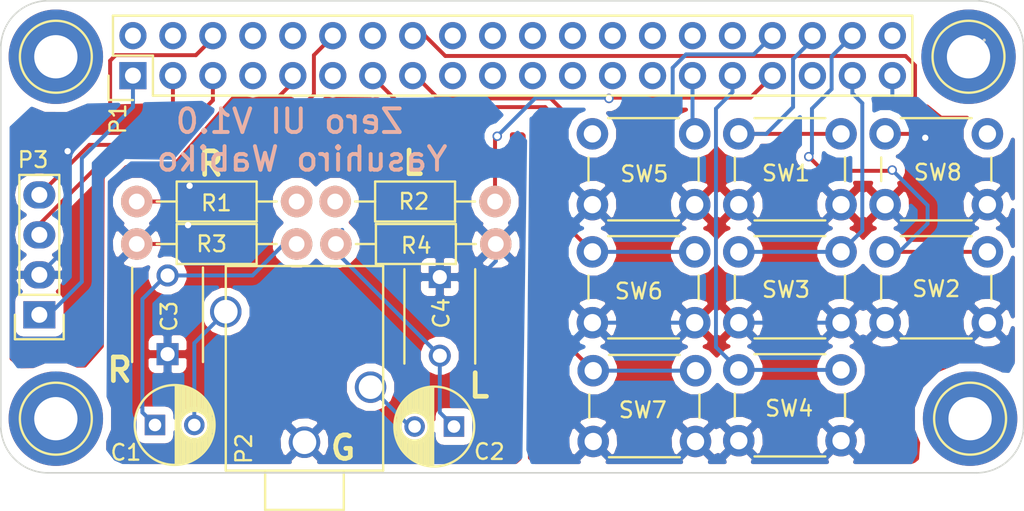
<source format=kicad_pcb>
(kicad_pcb (version 4) (host pcbnew 4.0.4-stable)

  (general
    (links 54)
    (no_connects 6)
    (area 148.451099 74.953599 213.551101 105.053601)
    (thickness 1.6)
    (drawings 20)
    (tracks 163)
    (zones 0)
    (modules 23)
    (nets 42)
  )

  (page A4)
  (layers
    (0 F.Cu signal)
    (31 B.Cu signal)
    (32 B.Adhes user hide)
    (33 F.Adhes user hide)
    (34 B.Paste user hide)
    (35 F.Paste user hide)
    (36 B.SilkS user)
    (37 F.SilkS user)
    (38 B.Mask user)
    (39 F.Mask user)
    (40 Dwgs.User user hide)
    (41 Cmts.User user hide)
    (42 Eco1.User user hide)
    (43 Eco2.User user hide)
    (44 Edge.Cuts user)
    (45 Margin user hide)
    (46 B.CrtYd user hide)
    (47 F.CrtYd user hide)
    (48 B.Fab user hide)
    (49 F.Fab user hide)
  )

  (setup
    (last_trace_width 0.25)
    (trace_clearance 0.2)
    (zone_clearance 0.508)
    (zone_45_only no)
    (trace_min 0.2)
    (segment_width 0.2)
    (edge_width 0.15)
    (via_size 0.6)
    (via_drill 0.4)
    (via_min_size 0.4)
    (via_min_drill 0.3)
    (uvia_size 0.3)
    (uvia_drill 0.1)
    (uvias_allowed no)
    (uvia_min_size 0.2)
    (uvia_min_drill 0.1)
    (pcb_text_width 0.3)
    (pcb_text_size 1.5 1.5)
    (mod_edge_width 0.15)
    (mod_text_size 1 1)
    (mod_text_width 0.15)
    (pad_size 6 6)
    (pad_drill 2.75)
    (pad_to_mask_clearance 0.2)
    (aux_axis_origin 148.5 105.06)
    (grid_origin 50.8 99.06)
    (visible_elements 7FFFFFFF)
    (pcbplotparams
      (layerselection 0x010f0_80000001)
      (usegerberextensions true)
      (excludeedgelayer true)
      (linewidth 0.100000)
      (plotframeref false)
      (viasonmask false)
      (mode 1)
      (useauxorigin false)
      (hpglpennumber 1)
      (hpglpenspeed 20)
      (hpglpendiameter 15)
      (hpglpenoverlay 2)
      (psnegative false)
      (psa4output false)
      (plotreference true)
      (plotvalue true)
      (plotinvisibletext false)
      (padsonsilk false)
      (subtractmaskfromsilk false)
      (outputformat 1)
      (mirror false)
      (drillshape 0)
      (scaleselection 1)
      (outputdirectory ""))
  )

  (net 0 "")
  (net 1 GND)
  (net 2 "Net-(C1-Pad2)")
  (net 3 "Net-(C2-Pad2)")
  (net 4 "Net-(P1-Pad4)")
  (net 5 "Net-(P1-Pad7)")
  (net 6 "Net-(P1-Pad8)")
  (net 7 "Net-(P1-Pad10)")
  (net 8 "Net-(P1-Pad11)")
  (net 9 "Net-(P1-Pad13)")
  (net 10 "Net-(P1-Pad14)")
  (net 11 "Net-(P1-Pad15)")
  (net 12 "Net-(P1-Pad16)")
  (net 13 "Net-(P1-Pad17)")
  (net 14 "Net-(P1-Pad18)")
  (net 15 "Net-(P1-Pad19)")
  (net 16 "Net-(P1-Pad20)")
  (net 17 "Net-(P1-Pad21)")
  (net 18 "Net-(P1-Pad22)")
  (net 19 "Net-(P1-Pad23)")
  (net 20 "Net-(P1-Pad24)")
  (net 21 "Net-(P1-Pad25)")
  (net 22 "Net-(P1-Pad26)")
  (net 23 "Net-(P1-Pad27)")
  (net 24 "Net-(P1-Pad28)")
  (net 25 "Net-(P1-Pad29)")
  (net 26 "Net-(P1-Pad30)")
  (net 27 "Net-(P1-Pad31)")
  (net 28 "Net-(P1-Pad32)")
  (net 29 "Net-(P1-Pad33)")
  (net 30 "Net-(P1-Pad35)")
  (net 31 "Net-(P1-Pad36)")
  (net 32 "Net-(P1-Pad37)")
  (net 33 "Net-(P1-Pad38)")
  (net 34 "Net-(P1-Pad40)")
  (net 35 "Net-(C1-Pad1)")
  (net 36 "Net-(C2-Pad1)")
  (net 37 "Net-(P1-Pad2)")
  (net 38 /3V3)
  (net 39 /SDA)
  (net 40 /SCL)
  (net 41 /PWM0)

  (net_class Default "This is the default net class."
    (clearance 0.2)
    (trace_width 0.25)
    (via_dia 0.6)
    (via_drill 0.4)
    (uvia_dia 0.3)
    (uvia_drill 0.1)
    (add_net /3V3)
    (add_net /PWM0)
    (add_net /SCL)
    (add_net /SDA)
    (add_net GND)
    (add_net "Net-(C1-Pad1)")
    (add_net "Net-(C1-Pad2)")
    (add_net "Net-(C2-Pad1)")
    (add_net "Net-(C2-Pad2)")
    (add_net "Net-(P1-Pad10)")
    (add_net "Net-(P1-Pad11)")
    (add_net "Net-(P1-Pad13)")
    (add_net "Net-(P1-Pad14)")
    (add_net "Net-(P1-Pad15)")
    (add_net "Net-(P1-Pad16)")
    (add_net "Net-(P1-Pad17)")
    (add_net "Net-(P1-Pad18)")
    (add_net "Net-(P1-Pad19)")
    (add_net "Net-(P1-Pad2)")
    (add_net "Net-(P1-Pad20)")
    (add_net "Net-(P1-Pad21)")
    (add_net "Net-(P1-Pad22)")
    (add_net "Net-(P1-Pad23)")
    (add_net "Net-(P1-Pad24)")
    (add_net "Net-(P1-Pad25)")
    (add_net "Net-(P1-Pad26)")
    (add_net "Net-(P1-Pad27)")
    (add_net "Net-(P1-Pad28)")
    (add_net "Net-(P1-Pad29)")
    (add_net "Net-(P1-Pad30)")
    (add_net "Net-(P1-Pad31)")
    (add_net "Net-(P1-Pad32)")
    (add_net "Net-(P1-Pad33)")
    (add_net "Net-(P1-Pad35)")
    (add_net "Net-(P1-Pad36)")
    (add_net "Net-(P1-Pad37)")
    (add_net "Net-(P1-Pad38)")
    (add_net "Net-(P1-Pad4)")
    (add_net "Net-(P1-Pad40)")
    (add_net "Net-(P1-Pad7)")
    (add_net "Net-(P1-Pad8)")
  )

  (module Connect:1pin (layer F.Cu) (tedit 582FC725) (tstamp 582E59D8)
    (at 152 78.56)
    (descr "module 1 pin (ou trou mecanique de percage)")
    (tags DEV)
    (fp_text reference "" (at 0 -3.048) (layer F.SilkS)
      (effects (font (size 1 1) (thickness 0.15)))
    )
    (fp_text value 1pin (at 0 2.794) (layer F.Fab)
      (effects (font (size 1 1) (thickness 0.15)))
    )
    (fp_circle (center 0 0) (end 0 -2.286) (layer F.SilkS) (width 0.15))
    (pad "" np_thru_hole circle (at 0 0) (size 6 6) (drill 2.75) (layers *.Cu *.Mask))
  )

  (module Connect:1pin (layer F.Cu) (tedit 582FC72B) (tstamp 582E59CD)
    (at 152 101.56)
    (descr "module 1 pin (ou trou mecanique de percage)")
    (tags DEV)
    (fp_text reference "" (at 0 -3.048) (layer F.SilkS)
      (effects (font (size 1 1) (thickness 0.15)))
    )
    (fp_text value 1pin (at 0 2.794) (layer F.Fab)
      (effects (font (size 1 1) (thickness 0.15)))
    )
    (fp_circle (center 0 0) (end 0 -2.286) (layer F.SilkS) (width 0.15))
    (pad "" np_thru_hole circle (at 0 0) (size 6 6) (drill 2.75) (layers *.Cu *.Mask))
  )

  (module Connect:1pin (layer F.Cu) (tedit 582FC71D) (tstamp 582E589D)
    (at 210.1 101.56)
    (descr "module 1 pin (ou trou mecanique de percage)")
    (tags DEV)
    (fp_text reference "" (at 0 -3.048) (layer F.SilkS)
      (effects (font (size 1 1) (thickness 0.15)))
    )
    (fp_text value 1pin (at 0 2.794) (layer F.Fab)
      (effects (font (size 1 1) (thickness 0.15)))
    )
    (fp_circle (center 0 0) (end 0 -2.286) (layer F.SilkS) (width 0.15))
    (pad "" np_thru_hole circle (at 0 0) (size 6 6) (drill 2.75) (layers *.Cu *.Mask))
  )

  (module Capacitors_ThroughHole:C_Radial_D5_L6_P2.5 (layer F.Cu) (tedit 58587614) (tstamp 582E4CB8)
    (at 158.3 101.96)
    (descr "Radial Electrolytic Capacitor Diameter 5mm x Length 6mm, Pitch 2.5mm")
    (tags "Electrolytic Capacitor")
    (path /582E4ABD)
    (fp_text reference C1 (at -1.85 1.75) (layer F.SilkS)
      (effects (font (size 1 1) (thickness 0.15)))
    )
    (fp_text value CP (at 1.25 3.8) (layer F.Fab)
      (effects (font (size 1 1) (thickness 0.15)))
    )
    (fp_line (start 1.325 -2.499) (end 1.325 2.499) (layer F.SilkS) (width 0.15))
    (fp_line (start 1.465 -2.491) (end 1.465 2.491) (layer F.SilkS) (width 0.15))
    (fp_line (start 1.605 -2.475) (end 1.605 -0.095) (layer F.SilkS) (width 0.15))
    (fp_line (start 1.605 0.095) (end 1.605 2.475) (layer F.SilkS) (width 0.15))
    (fp_line (start 1.745 -2.451) (end 1.745 -0.49) (layer F.SilkS) (width 0.15))
    (fp_line (start 1.745 0.49) (end 1.745 2.451) (layer F.SilkS) (width 0.15))
    (fp_line (start 1.885 -2.418) (end 1.885 -0.657) (layer F.SilkS) (width 0.15))
    (fp_line (start 1.885 0.657) (end 1.885 2.418) (layer F.SilkS) (width 0.15))
    (fp_line (start 2.025 -2.377) (end 2.025 -0.764) (layer F.SilkS) (width 0.15))
    (fp_line (start 2.025 0.764) (end 2.025 2.377) (layer F.SilkS) (width 0.15))
    (fp_line (start 2.165 -2.327) (end 2.165 -0.835) (layer F.SilkS) (width 0.15))
    (fp_line (start 2.165 0.835) (end 2.165 2.327) (layer F.SilkS) (width 0.15))
    (fp_line (start 2.305 -2.266) (end 2.305 -0.879) (layer F.SilkS) (width 0.15))
    (fp_line (start 2.305 0.879) (end 2.305 2.266) (layer F.SilkS) (width 0.15))
    (fp_line (start 2.445 -2.196) (end 2.445 -0.898) (layer F.SilkS) (width 0.15))
    (fp_line (start 2.445 0.898) (end 2.445 2.196) (layer F.SilkS) (width 0.15))
    (fp_line (start 2.585 -2.114) (end 2.585 -0.896) (layer F.SilkS) (width 0.15))
    (fp_line (start 2.585 0.896) (end 2.585 2.114) (layer F.SilkS) (width 0.15))
    (fp_line (start 2.725 -2.019) (end 2.725 -0.871) (layer F.SilkS) (width 0.15))
    (fp_line (start 2.725 0.871) (end 2.725 2.019) (layer F.SilkS) (width 0.15))
    (fp_line (start 2.865 -1.908) (end 2.865 -0.823) (layer F.SilkS) (width 0.15))
    (fp_line (start 2.865 0.823) (end 2.865 1.908) (layer F.SilkS) (width 0.15))
    (fp_line (start 3.005 -1.78) (end 3.005 -0.745) (layer F.SilkS) (width 0.15))
    (fp_line (start 3.005 0.745) (end 3.005 1.78) (layer F.SilkS) (width 0.15))
    (fp_line (start 3.145 -1.631) (end 3.145 -0.628) (layer F.SilkS) (width 0.15))
    (fp_line (start 3.145 0.628) (end 3.145 1.631) (layer F.SilkS) (width 0.15))
    (fp_line (start 3.285 -1.452) (end 3.285 -0.44) (layer F.SilkS) (width 0.15))
    (fp_line (start 3.285 0.44) (end 3.285 1.452) (layer F.SilkS) (width 0.15))
    (fp_line (start 3.425 -1.233) (end 3.425 1.233) (layer F.SilkS) (width 0.15))
    (fp_line (start 3.565 -0.944) (end 3.565 0.944) (layer F.SilkS) (width 0.15))
    (fp_line (start 3.705 -0.472) (end 3.705 0.472) (layer F.SilkS) (width 0.15))
    (fp_circle (center 2.5 0) (end 2.5 -0.9) (layer F.SilkS) (width 0.15))
    (fp_circle (center 1.25 0) (end 1.25 -2.5375) (layer F.SilkS) (width 0.15))
    (fp_circle (center 1.25 0) (end 1.25 -2.8) (layer F.CrtYd) (width 0.05))
    (pad 1 thru_hole rect (at 0 0) (size 1.3 1.3) (drill 0.8) (layers *.Cu *.Mask)
      (net 35 "Net-(C1-Pad1)"))
    (pad 2 thru_hole circle (at 2.5 0) (size 1.3 1.3) (drill 0.8) (layers *.Cu *.Mask)
      (net 2 "Net-(C1-Pad2)"))
    (model Capacitors_ThroughHole.3dshapes/C_Radial_D5_L6_P2.5.wrl
      (at (xyz 0.0492126 0 0))
      (scale (xyz 1 1 1))
      (rotate (xyz 0 0 90))
    )
  )

  (module Capacitors_ThroughHole:C_Radial_D5_L6_P2.5 (layer F.Cu) (tedit 58587610) (tstamp 582E4CBE)
    (at 177.3 102.06 180)
    (descr "Radial Electrolytic Capacitor Diameter 5mm x Length 6mm, Pitch 2.5mm")
    (tags "Electrolytic Capacitor")
    (path /582E4AFF)
    (fp_text reference C2 (at -2.25 -1.6 180) (layer F.SilkS)
      (effects (font (size 1 1) (thickness 0.15)))
    )
    (fp_text value CP (at 1.25 3.8 180) (layer F.Fab)
      (effects (font (size 1 1) (thickness 0.15)))
    )
    (fp_line (start 1.325 -2.499) (end 1.325 2.499) (layer F.SilkS) (width 0.15))
    (fp_line (start 1.465 -2.491) (end 1.465 2.491) (layer F.SilkS) (width 0.15))
    (fp_line (start 1.605 -2.475) (end 1.605 -0.095) (layer F.SilkS) (width 0.15))
    (fp_line (start 1.605 0.095) (end 1.605 2.475) (layer F.SilkS) (width 0.15))
    (fp_line (start 1.745 -2.451) (end 1.745 -0.49) (layer F.SilkS) (width 0.15))
    (fp_line (start 1.745 0.49) (end 1.745 2.451) (layer F.SilkS) (width 0.15))
    (fp_line (start 1.885 -2.418) (end 1.885 -0.657) (layer F.SilkS) (width 0.15))
    (fp_line (start 1.885 0.657) (end 1.885 2.418) (layer F.SilkS) (width 0.15))
    (fp_line (start 2.025 -2.377) (end 2.025 -0.764) (layer F.SilkS) (width 0.15))
    (fp_line (start 2.025 0.764) (end 2.025 2.377) (layer F.SilkS) (width 0.15))
    (fp_line (start 2.165 -2.327) (end 2.165 -0.835) (layer F.SilkS) (width 0.15))
    (fp_line (start 2.165 0.835) (end 2.165 2.327) (layer F.SilkS) (width 0.15))
    (fp_line (start 2.305 -2.266) (end 2.305 -0.879) (layer F.SilkS) (width 0.15))
    (fp_line (start 2.305 0.879) (end 2.305 2.266) (layer F.SilkS) (width 0.15))
    (fp_line (start 2.445 -2.196) (end 2.445 -0.898) (layer F.SilkS) (width 0.15))
    (fp_line (start 2.445 0.898) (end 2.445 2.196) (layer F.SilkS) (width 0.15))
    (fp_line (start 2.585 -2.114) (end 2.585 -0.896) (layer F.SilkS) (width 0.15))
    (fp_line (start 2.585 0.896) (end 2.585 2.114) (layer F.SilkS) (width 0.15))
    (fp_line (start 2.725 -2.019) (end 2.725 -0.871) (layer F.SilkS) (width 0.15))
    (fp_line (start 2.725 0.871) (end 2.725 2.019) (layer F.SilkS) (width 0.15))
    (fp_line (start 2.865 -1.908) (end 2.865 -0.823) (layer F.SilkS) (width 0.15))
    (fp_line (start 2.865 0.823) (end 2.865 1.908) (layer F.SilkS) (width 0.15))
    (fp_line (start 3.005 -1.78) (end 3.005 -0.745) (layer F.SilkS) (width 0.15))
    (fp_line (start 3.005 0.745) (end 3.005 1.78) (layer F.SilkS) (width 0.15))
    (fp_line (start 3.145 -1.631) (end 3.145 -0.628) (layer F.SilkS) (width 0.15))
    (fp_line (start 3.145 0.628) (end 3.145 1.631) (layer F.SilkS) (width 0.15))
    (fp_line (start 3.285 -1.452) (end 3.285 -0.44) (layer F.SilkS) (width 0.15))
    (fp_line (start 3.285 0.44) (end 3.285 1.452) (layer F.SilkS) (width 0.15))
    (fp_line (start 3.425 -1.233) (end 3.425 1.233) (layer F.SilkS) (width 0.15))
    (fp_line (start 3.565 -0.944) (end 3.565 0.944) (layer F.SilkS) (width 0.15))
    (fp_line (start 3.705 -0.472) (end 3.705 0.472) (layer F.SilkS) (width 0.15))
    (fp_circle (center 2.5 0) (end 2.5 -0.9) (layer F.SilkS) (width 0.15))
    (fp_circle (center 1.25 0) (end 1.25 -2.5375) (layer F.SilkS) (width 0.15))
    (fp_circle (center 1.25 0) (end 1.25 -2.8) (layer F.CrtYd) (width 0.05))
    (pad 1 thru_hole rect (at 0 0 180) (size 1.3 1.3) (drill 0.8) (layers *.Cu *.Mask)
      (net 36 "Net-(C2-Pad1)"))
    (pad 2 thru_hole circle (at 2.5 0 180) (size 1.3 1.3) (drill 0.8) (layers *.Cu *.Mask)
      (net 3 "Net-(C2-Pad2)"))
    (model Capacitors_ThroughHole.3dshapes/C_Radial_D5_L6_P2.5.wrl
      (at (xyz 0.0492126 0 0))
      (scale (xyz 1 1 1))
      (rotate (xyz 0 0 90))
    )
  )

  (module Capacitors_ThroughHole:C_Disc_D6_P5 (layer F.Cu) (tedit 584052B0) (tstamp 582E4CC4)
    (at 159.1 97.46 90)
    (descr "Capacitor 6mm Disc, Pitch 5mm")
    (tags Capacitor)
    (path /582E49FF)
    (fp_text reference C3 (at 2.4 0.1 90) (layer F.SilkS)
      (effects (font (size 1 1) (thickness 0.15)))
    )
    (fp_text value C (at 2.5 3.5 90) (layer F.Fab)
      (effects (font (size 1 1) (thickness 0.15)))
    )
    (fp_line (start -0.95 -2.5) (end 5.95 -2.5) (layer F.CrtYd) (width 0.05))
    (fp_line (start 5.95 -2.5) (end 5.95 2.5) (layer F.CrtYd) (width 0.05))
    (fp_line (start 5.95 2.5) (end -0.95 2.5) (layer F.CrtYd) (width 0.05))
    (fp_line (start -0.95 2.5) (end -0.95 -2.5) (layer F.CrtYd) (width 0.05))
    (fp_line (start -0.5 -2.25) (end 5.5 -2.25) (layer F.SilkS) (width 0.15))
    (fp_line (start 5.5 2.25) (end -0.5 2.25) (layer F.SilkS) (width 0.15))
    (pad 1 thru_hole rect (at 0 0 90) (size 1.4 1.4) (drill 0.9) (layers *.Cu *.Mask)
      (net 1 GND))
    (pad 2 thru_hole circle (at 5 0 90) (size 1.4 1.4) (drill 0.9) (layers *.Cu *.Mask)
      (net 35 "Net-(C1-Pad1)"))
    (model Capacitors_ThroughHole.3dshapes/C_Disc_D6_P5.wrl
      (at (xyz 0.0984252 0 0))
      (scale (xyz 1 1 1))
      (rotate (xyz 0 0 0))
    )
  )

  (module Capacitors_ThroughHole:C_Disc_D6_P5 (layer F.Cu) (tedit 584052AE) (tstamp 582E4CCA)
    (at 176.4 92.56 270)
    (descr "Capacitor 6mm Disc, Pitch 5mm")
    (tags Capacitor)
    (path /582E4A93)
    (fp_text reference C4 (at 2.3 -0.1 270) (layer F.SilkS)
      (effects (font (size 1 1) (thickness 0.15)))
    )
    (fp_text value C (at 2.5 3.5 270) (layer F.Fab)
      (effects (font (size 1 1) (thickness 0.15)))
    )
    (fp_line (start -0.95 -2.5) (end 5.95 -2.5) (layer F.CrtYd) (width 0.05))
    (fp_line (start 5.95 -2.5) (end 5.95 2.5) (layer F.CrtYd) (width 0.05))
    (fp_line (start 5.95 2.5) (end -0.95 2.5) (layer F.CrtYd) (width 0.05))
    (fp_line (start -0.95 2.5) (end -0.95 -2.5) (layer F.CrtYd) (width 0.05))
    (fp_line (start -0.5 -2.25) (end 5.5 -2.25) (layer F.SilkS) (width 0.15))
    (fp_line (start 5.5 2.25) (end -0.5 2.25) (layer F.SilkS) (width 0.15))
    (pad 1 thru_hole rect (at 0 0 270) (size 1.4 1.4) (drill 0.9) (layers *.Cu *.Mask)
      (net 1 GND))
    (pad 2 thru_hole circle (at 5 0 270) (size 1.4 1.4) (drill 0.9) (layers *.Cu *.Mask)
      (net 36 "Net-(C2-Pad1)"))
    (model Capacitors_ThroughHole.3dshapes/C_Disc_D6_P5.wrl
      (at (xyz 0.0984252 0 0))
      (scale (xyz 1 1 1))
      (rotate (xyz 0 0 0))
    )
  )

  (module Pin_Headers:Pin_Header_Straight_2x20 (layer F.Cu) (tedit 585878A4) (tstamp 582E4CF6)
    (at 156.9 79.76 90)
    (descr "Through hole pin header")
    (tags "pin header")
    (path /582E40D1)
    (fp_text reference P1 (at -2.75 -0.95 90) (layer F.SilkS)
      (effects (font (size 1 1) (thickness 0.15)))
    )
    (fp_text value CONN_02X20 (at 0 -3.1 90) (layer F.Fab)
      (effects (font (size 1 1) (thickness 0.15)))
    )
    (fp_line (start -1.75 -1.75) (end -1.75 50.05) (layer F.CrtYd) (width 0.05))
    (fp_line (start 4.3 -1.75) (end 4.3 50.05) (layer F.CrtYd) (width 0.05))
    (fp_line (start -1.75 -1.75) (end 4.3 -1.75) (layer F.CrtYd) (width 0.05))
    (fp_line (start -1.75 50.05) (end 4.3 50.05) (layer F.CrtYd) (width 0.05))
    (fp_line (start 3.81 49.53) (end 3.81 -1.27) (layer F.SilkS) (width 0.15))
    (fp_line (start -1.27 1.27) (end -1.27 49.53) (layer F.SilkS) (width 0.15))
    (fp_line (start 3.81 49.53) (end -1.27 49.53) (layer F.SilkS) (width 0.15))
    (fp_line (start 3.81 -1.27) (end 1.27 -1.27) (layer F.SilkS) (width 0.15))
    (fp_line (start 0 -1.55) (end -1.55 -1.55) (layer F.SilkS) (width 0.15))
    (fp_line (start 1.27 -1.27) (end 1.27 1.27) (layer F.SilkS) (width 0.15))
    (fp_line (start 1.27 1.27) (end -1.27 1.27) (layer F.SilkS) (width 0.15))
    (fp_line (start -1.55 -1.55) (end -1.55 0) (layer F.SilkS) (width 0.15))
    (pad 1 thru_hole rect (at 0 0 90) (size 1.7272 1.7272) (drill 1.016) (layers *.Cu *.Mask)
      (net 38 /3V3))
    (pad 2 thru_hole oval (at 2.54 0 90) (size 1.7272 1.7272) (drill 1.016) (layers *.Cu *.Mask)
      (net 37 "Net-(P1-Pad2)"))
    (pad 3 thru_hole oval (at 0 2.54 90) (size 1.7272 1.7272) (drill 1.016) (layers *.Cu *.Mask)
      (net 39 /SDA))
    (pad 4 thru_hole oval (at 2.54 2.54 90) (size 1.7272 1.7272) (drill 1.016) (layers *.Cu *.Mask)
      (net 4 "Net-(P1-Pad4)"))
    (pad 5 thru_hole oval (at 0 5.08 90) (size 1.7272 1.7272) (drill 1.016) (layers *.Cu *.Mask)
      (net 40 /SCL))
    (pad 6 thru_hole oval (at 2.54 5.08 90) (size 1.7272 1.7272) (drill 1.016) (layers *.Cu *.Mask)
      (net 1 GND))
    (pad 7 thru_hole oval (at 0 7.62 90) (size 1.7272 1.7272) (drill 1.016) (layers *.Cu *.Mask)
      (net 5 "Net-(P1-Pad7)"))
    (pad 8 thru_hole oval (at 2.54 7.62 90) (size 1.7272 1.7272) (drill 1.016) (layers *.Cu *.Mask)
      (net 6 "Net-(P1-Pad8)"))
    (pad 9 thru_hole oval (at 0 10.16 90) (size 1.7272 1.7272) (drill 1.016) (layers *.Cu *.Mask)
      (net 1 GND))
    (pad 10 thru_hole oval (at 2.54 10.16 90) (size 1.7272 1.7272) (drill 1.016) (layers *.Cu *.Mask)
      (net 7 "Net-(P1-Pad10)"))
    (pad 11 thru_hole oval (at 0 12.7 90) (size 1.7272 1.7272) (drill 1.016) (layers *.Cu *.Mask)
      (net 8 "Net-(P1-Pad11)"))
    (pad 12 thru_hole oval (at 2.54 12.7 90) (size 1.7272 1.7272) (drill 1.016) (layers *.Cu *.Mask)
      (net 41 /PWM0))
    (pad 13 thru_hole oval (at 0 15.24 90) (size 1.7272 1.7272) (drill 1.016) (layers *.Cu *.Mask)
      (net 9 "Net-(P1-Pad13)"))
    (pad 14 thru_hole oval (at 2.54 15.24 90) (size 1.7272 1.7272) (drill 1.016) (layers *.Cu *.Mask)
      (net 10 "Net-(P1-Pad14)"))
    (pad 15 thru_hole oval (at 0 17.78 90) (size 1.7272 1.7272) (drill 1.016) (layers *.Cu *.Mask)
      (net 11 "Net-(P1-Pad15)"))
    (pad 16 thru_hole oval (at 2.54 17.78 90) (size 1.7272 1.7272) (drill 1.016) (layers *.Cu *.Mask)
      (net 12 "Net-(P1-Pad16)"))
    (pad 17 thru_hole oval (at 0 20.32 90) (size 1.7272 1.7272) (drill 1.016) (layers *.Cu *.Mask)
      (net 13 "Net-(P1-Pad17)"))
    (pad 18 thru_hole oval (at 2.54 20.32 90) (size 1.7272 1.7272) (drill 1.016) (layers *.Cu *.Mask)
      (net 14 "Net-(P1-Pad18)"))
    (pad 19 thru_hole oval (at 0 22.86 90) (size 1.7272 1.7272) (drill 1.016) (layers *.Cu *.Mask)
      (net 15 "Net-(P1-Pad19)"))
    (pad 20 thru_hole oval (at 2.54 22.86 90) (size 1.7272 1.7272) (drill 1.016) (layers *.Cu *.Mask)
      (net 16 "Net-(P1-Pad20)"))
    (pad 21 thru_hole oval (at 0 25.4 90) (size 1.7272 1.7272) (drill 1.016) (layers *.Cu *.Mask)
      (net 17 "Net-(P1-Pad21)"))
    (pad 22 thru_hole oval (at 2.54 25.4 90) (size 1.7272 1.7272) (drill 1.016) (layers *.Cu *.Mask)
      (net 18 "Net-(P1-Pad22)"))
    (pad 23 thru_hole oval (at 0 27.94 90) (size 1.7272 1.7272) (drill 1.016) (layers *.Cu *.Mask)
      (net 19 "Net-(P1-Pad23)"))
    (pad 24 thru_hole oval (at 2.54 27.94 90) (size 1.7272 1.7272) (drill 1.016) (layers *.Cu *.Mask)
      (net 20 "Net-(P1-Pad24)"))
    (pad 25 thru_hole oval (at 0 30.48 90) (size 1.7272 1.7272) (drill 1.016) (layers *.Cu *.Mask)
      (net 21 "Net-(P1-Pad25)"))
    (pad 26 thru_hole oval (at 2.54 30.48 90) (size 1.7272 1.7272) (drill 1.016) (layers *.Cu *.Mask)
      (net 22 "Net-(P1-Pad26)"))
    (pad 27 thru_hole oval (at 0 33.02 90) (size 1.7272 1.7272) (drill 1.016) (layers *.Cu *.Mask)
      (net 23 "Net-(P1-Pad27)"))
    (pad 28 thru_hole oval (at 2.54 33.02 90) (size 1.7272 1.7272) (drill 1.016) (layers *.Cu *.Mask)
      (net 24 "Net-(P1-Pad28)"))
    (pad 29 thru_hole oval (at 0 35.56 90) (size 1.7272 1.7272) (drill 1.016) (layers *.Cu *.Mask)
      (net 25 "Net-(P1-Pad29)"))
    (pad 30 thru_hole oval (at 2.54 35.56 90) (size 1.7272 1.7272) (drill 1.016) (layers *.Cu *.Mask)
      (net 26 "Net-(P1-Pad30)"))
    (pad 31 thru_hole oval (at 0 38.1 90) (size 1.7272 1.7272) (drill 1.016) (layers *.Cu *.Mask)
      (net 27 "Net-(P1-Pad31)"))
    (pad 32 thru_hole oval (at 2.54 38.1 90) (size 1.7272 1.7272) (drill 1.016) (layers *.Cu *.Mask)
      (net 28 "Net-(P1-Pad32)"))
    (pad 33 thru_hole oval (at 0 40.64 90) (size 1.7272 1.7272) (drill 1.016) (layers *.Cu *.Mask)
      (net 29 "Net-(P1-Pad33)"))
    (pad 34 thru_hole oval (at 2.54 40.64 90) (size 1.7272 1.7272) (drill 1.016) (layers *.Cu *.Mask)
      (net 1 GND))
    (pad 35 thru_hole oval (at 0 43.18 90) (size 1.7272 1.7272) (drill 1.016) (layers *.Cu *.Mask)
      (net 30 "Net-(P1-Pad35)"))
    (pad 36 thru_hole oval (at 2.54 43.18 90) (size 1.7272 1.7272) (drill 1.016) (layers *.Cu *.Mask)
      (net 31 "Net-(P1-Pad36)"))
    (pad 37 thru_hole oval (at 0 45.72 90) (size 1.7272 1.7272) (drill 1.016) (layers *.Cu *.Mask)
      (net 32 "Net-(P1-Pad37)"))
    (pad 38 thru_hole oval (at 2.54 45.72 90) (size 1.7272 1.7272) (drill 1.016) (layers *.Cu *.Mask)
      (net 33 "Net-(P1-Pad38)"))
    (pad 39 thru_hole oval (at 0 48.26 90) (size 1.7272 1.7272) (drill 1.016) (layers *.Cu *.Mask)
      (net 1 GND))
    (pad 40 thru_hole oval (at 2.54 48.26 90) (size 1.7272 1.7272) (drill 1.016) (layers *.Cu *.Mask)
      (net 34 "Net-(P1-Pad40)"))
    (model Pin_Headers.3dshapes/Pin_Header_Straight_2x20.wrl
      (at (xyz 0.05 -0.95 0))
      (scale (xyz 1 1 1))
      (rotate (xyz 0 0 90))
    )
  )

  (module Connect:1pin (layer F.Cu) (tedit 582FC714) (tstamp 582E53DD)
    (at 210 78.56)
    (descr "module 1 pin (ou trou mecanique de percage)")
    (tags DEV)
    (fp_text reference "" (at 0 -3.048) (layer F.SilkS)
      (effects (font (size 1 1) (thickness 0.15)))
    )
    (fp_text value 1pin (at 0 2.794) (layer F.Fab)
      (effects (font (size 1 1) (thickness 0.15)))
    )
    (fp_circle (center 0 0) (end 0 -2.286) (layer F.SilkS) (width 0.15))
    (pad "" np_thru_hole circle (at 0 0) (size 6 6) (drill 2.75) (layers *.Cu *.Mask))
  )

  (module lib:SJ1-3513N (layer F.Cu) (tedit 585878B6) (tstamp 582F6F72)
    (at 167.8 104.86 90)
    (path /582E4324)
    (fp_text reference P2 (at 1.4 -3.85 90) (layer F.SilkS)
      (effects (font (size 1 1) (thickness 0.15)))
    )
    (fp_text value CONN_01X03 (at 4.5 -4 90) (layer F.Fab)
      (effects (font (size 1 1) (thickness 0.15)))
    )
    (fp_line (start 0 -2.5) (end -2.5 -2.5) (layer F.SilkS) (width 0.15))
    (fp_line (start -2.5 -2.5) (end -2.5 2.5) (layer F.SilkS) (width 0.15))
    (fp_line (start -2.5 2.5) (end 0 2.5) (layer F.SilkS) (width 0.15))
    (fp_line (start 13 -5) (end 0 -5) (layer F.SilkS) (width 0.15))
    (fp_line (start 0 -5) (end 0 5) (layer F.SilkS) (width 0.15))
    (fp_line (start 0 5) (end 13 5) (layer F.SilkS) (width 0.15))
    (fp_line (start 13 5) (end 13 -5) (layer F.SilkS) (width 0.15))
    (pad 3 thru_hole circle (at 10.1 -5 90) (size 2 2) (drill 1.5) (layers *.Cu *.Mask)
      (net 2 "Net-(C1-Pad2)"))
    (pad 2 thru_hole circle (at 5.3 4.2 90) (size 2 2) (drill 1.5) (layers *.Cu *.Mask)
      (net 3 "Net-(C2-Pad2)"))
    (pad 1 thru_hole circle (at 1.8 0 90) (size 2 2) (drill 1.5) (layers *.Cu *.Mask)
      (net 1 GND))
  )

  (module Resistors_ThroughHole:Resistor_Horizontal_RM10mm (layer F.Cu) (tedit 584052AA) (tstamp 582E4D1E)
    (at 169.8 90.46)
    (descr "Resistor, Axial,  RM 10mm, 1/3W")
    (tags "Resistor Axial RM 10mm 1/3W")
    (path /582E49C7)
    (fp_text reference R4 (at 5.1 0.1) (layer F.SilkS)
      (effects (font (size 1 1) (thickness 0.15)))
    )
    (fp_text value R (at 5.08 3.81) (layer F.Fab)
      (effects (font (size 1 1) (thickness 0.15)))
    )
    (fp_line (start -1.25 -1.5) (end 11.4 -1.5) (layer F.CrtYd) (width 0.05))
    (fp_line (start -1.25 1.5) (end -1.25 -1.5) (layer F.CrtYd) (width 0.05))
    (fp_line (start 11.4 -1.5) (end 11.4 1.5) (layer F.CrtYd) (width 0.05))
    (fp_line (start -1.25 1.5) (end 11.4 1.5) (layer F.CrtYd) (width 0.05))
    (fp_line (start 2.54 -1.27) (end 7.62 -1.27) (layer F.SilkS) (width 0.15))
    (fp_line (start 7.62 -1.27) (end 7.62 1.27) (layer F.SilkS) (width 0.15))
    (fp_line (start 7.62 1.27) (end 2.54 1.27) (layer F.SilkS) (width 0.15))
    (fp_line (start 2.54 1.27) (end 2.54 -1.27) (layer F.SilkS) (width 0.15))
    (fp_line (start 2.54 0) (end 1.27 0) (layer F.SilkS) (width 0.15))
    (fp_line (start 7.62 0) (end 8.89 0) (layer F.SilkS) (width 0.15))
    (pad 1 thru_hole circle (at 0 0) (size 1.99898 1.99898) (drill 1.00076) (layers *.Cu *.SilkS *.Mask)
      (net 36 "Net-(C2-Pad1)"))
    (pad 2 thru_hole circle (at 10.16 0) (size 1.99898 1.99898) (drill 1.00076) (layers *.Cu *.SilkS *.Mask)
      (net 1 GND))
    (model Resistors_ThroughHole.3dshapes/Resistor_Horizontal_RM10mm.wrl
      (at (xyz 0.2 0 0))
      (scale (xyz 0.4 0.4 0.4))
      (rotate (xyz 0 0 0))
    )
  )

  (module Resistors_ThroughHole:Resistor_Horizontal_RM10mm (layer F.Cu) (tedit 584052A6) (tstamp 582E4D18)
    (at 167.3 90.46 180)
    (descr "Resistor, Axial,  RM 10mm, 1/3W")
    (tags "Resistor Axial RM 10mm 1/3W")
    (path /582E4990)
    (fp_text reference R3 (at 5.4 0 180) (layer F.SilkS)
      (effects (font (size 1 1) (thickness 0.15)))
    )
    (fp_text value R (at 5.08 3.81 180) (layer F.Fab)
      (effects (font (size 1 1) (thickness 0.15)))
    )
    (fp_line (start -1.25 -1.5) (end 11.4 -1.5) (layer F.CrtYd) (width 0.05))
    (fp_line (start -1.25 1.5) (end -1.25 -1.5) (layer F.CrtYd) (width 0.05))
    (fp_line (start 11.4 -1.5) (end 11.4 1.5) (layer F.CrtYd) (width 0.05))
    (fp_line (start -1.25 1.5) (end 11.4 1.5) (layer F.CrtYd) (width 0.05))
    (fp_line (start 2.54 -1.27) (end 7.62 -1.27) (layer F.SilkS) (width 0.15))
    (fp_line (start 7.62 -1.27) (end 7.62 1.27) (layer F.SilkS) (width 0.15))
    (fp_line (start 7.62 1.27) (end 2.54 1.27) (layer F.SilkS) (width 0.15))
    (fp_line (start 2.54 1.27) (end 2.54 -1.27) (layer F.SilkS) (width 0.15))
    (fp_line (start 2.54 0) (end 1.27 0) (layer F.SilkS) (width 0.15))
    (fp_line (start 7.62 0) (end 8.89 0) (layer F.SilkS) (width 0.15))
    (pad 1 thru_hole circle (at 0 0 180) (size 1.99898 1.99898) (drill 1.00076) (layers *.Cu *.SilkS *.Mask)
      (net 35 "Net-(C1-Pad1)"))
    (pad 2 thru_hole circle (at 10.16 0 180) (size 1.99898 1.99898) (drill 1.00076) (layers *.Cu *.SilkS *.Mask)
      (net 1 GND))
    (model Resistors_ThroughHole.3dshapes/Resistor_Horizontal_RM10mm.wrl
      (at (xyz 0.2 0 0))
      (scale (xyz 0.4 0.4 0.4))
      (rotate (xyz 0 0 0))
    )
  )

  (module Resistors_ThroughHole:Resistor_Horizontal_RM10mm (layer F.Cu) (tedit 584052B7) (tstamp 582E4D12)
    (at 169.75 87.76)
    (descr "Resistor, Axial,  RM 10mm, 1/3W")
    (tags "Resistor Axial RM 10mm 1/3W")
    (path /582E495C)
    (fp_text reference R2 (at 5 0) (layer F.SilkS)
      (effects (font (size 1 1) (thickness 0.15)))
    )
    (fp_text value R (at 5.08 3.81) (layer F.Fab)
      (effects (font (size 1 1) (thickness 0.15)))
    )
    (fp_line (start -1.25 -1.5) (end 11.4 -1.5) (layer F.CrtYd) (width 0.05))
    (fp_line (start -1.25 1.5) (end -1.25 -1.5) (layer F.CrtYd) (width 0.05))
    (fp_line (start 11.4 -1.5) (end 11.4 1.5) (layer F.CrtYd) (width 0.05))
    (fp_line (start -1.25 1.5) (end 11.4 1.5) (layer F.CrtYd) (width 0.05))
    (fp_line (start 2.54 -1.27) (end 7.62 -1.27) (layer F.SilkS) (width 0.15))
    (fp_line (start 7.62 -1.27) (end 7.62 1.27) (layer F.SilkS) (width 0.15))
    (fp_line (start 7.62 1.27) (end 2.54 1.27) (layer F.SilkS) (width 0.15))
    (fp_line (start 2.54 1.27) (end 2.54 -1.27) (layer F.SilkS) (width 0.15))
    (fp_line (start 2.54 0) (end 1.27 0) (layer F.SilkS) (width 0.15))
    (fp_line (start 7.62 0) (end 8.89 0) (layer F.SilkS) (width 0.15))
    (pad 1 thru_hole circle (at 0 0) (size 1.99898 1.99898) (drill 1.00076) (layers *.Cu *.SilkS *.Mask)
      (net 36 "Net-(C2-Pad1)"))
    (pad 2 thru_hole circle (at 10.16 0) (size 1.99898 1.99898) (drill 1.00076) (layers *.Cu *.SilkS *.Mask)
      (net 29 "Net-(P1-Pad33)"))
    (model Resistors_ThroughHole.3dshapes/Resistor_Horizontal_RM10mm.wrl
      (at (xyz 0.2 0 0))
      (scale (xyz 0.4 0.4 0.4))
      (rotate (xyz 0 0 0))
    )
  )

  (module Resistors_ThroughHole:Resistor_Horizontal_RM10mm (layer F.Cu) (tedit 584052A3) (tstamp 582E4D0C)
    (at 167.3 87.76 180)
    (descr "Resistor, Axial,  RM 10mm, 1/3W")
    (tags "Resistor Axial RM 10mm 1/3W")
    (path /582E4830)
    (fp_text reference R1 (at 5.1 -0.1 180) (layer F.SilkS)
      (effects (font (size 1 1) (thickness 0.15)))
    )
    (fp_text value R (at 5.08 3.81 180) (layer F.Fab)
      (effects (font (size 1 1) (thickness 0.15)))
    )
    (fp_line (start -1.25 -1.5) (end 11.4 -1.5) (layer F.CrtYd) (width 0.05))
    (fp_line (start -1.25 1.5) (end -1.25 -1.5) (layer F.CrtYd) (width 0.05))
    (fp_line (start 11.4 -1.5) (end 11.4 1.5) (layer F.CrtYd) (width 0.05))
    (fp_line (start -1.25 1.5) (end 11.4 1.5) (layer F.CrtYd) (width 0.05))
    (fp_line (start 2.54 -1.27) (end 7.62 -1.27) (layer F.SilkS) (width 0.15))
    (fp_line (start 7.62 -1.27) (end 7.62 1.27) (layer F.SilkS) (width 0.15))
    (fp_line (start 7.62 1.27) (end 2.54 1.27) (layer F.SilkS) (width 0.15))
    (fp_line (start 2.54 1.27) (end 2.54 -1.27) (layer F.SilkS) (width 0.15))
    (fp_line (start 2.54 0) (end 1.27 0) (layer F.SilkS) (width 0.15))
    (fp_line (start 7.62 0) (end 8.89 0) (layer F.SilkS) (width 0.15))
    (pad 1 thru_hole circle (at 0 0 180) (size 1.99898 1.99898) (drill 1.00076) (layers *.Cu *.SilkS *.Mask)
      (net 35 "Net-(C1-Pad1)"))
    (pad 2 thru_hole circle (at 10.16 0 180) (size 1.99898 1.99898) (drill 1.00076) (layers *.Cu *.SilkS *.Mask)
      (net 41 /PWM0))
    (model Resistors_ThroughHole.3dshapes/Resistor_Horizontal_RM10mm.wrl
      (at (xyz 0.2 0 0))
      (scale (xyz 0.4 0.4 0.4))
      (rotate (xyz 0 0 0))
    )
  )

  (module Buttons_Switches_ThroughHole:SW_PUSH_6mm (layer F.Cu) (tedit 58587683) (tstamp 58585572)
    (at 195.4 83.46)
    (descr https://www.omron.com/ecb/products/pdf/en-b3f.pdf)
    (tags "tact sw push 6mm")
    (path /58573131)
    (fp_text reference SW1 (at 3 2.5) (layer F.SilkS)
      (effects (font (size 1 1) (thickness 0.15)))
    )
    (fp_text value SPST (at 3.75 6.7) (layer F.Fab)
      (effects (font (size 1 1) (thickness 0.15)))
    )
    (fp_line (start 3.25 -0.75) (end 6.25 -0.75) (layer F.Fab) (width 0.1))
    (fp_line (start 6.25 -0.75) (end 6.25 5.25) (layer F.Fab) (width 0.1))
    (fp_line (start 6.25 5.25) (end 0.25 5.25) (layer F.Fab) (width 0.1))
    (fp_line (start 0.25 5.25) (end 0.25 -0.75) (layer F.Fab) (width 0.1))
    (fp_line (start 0.25 -0.75) (end 3.25 -0.75) (layer F.Fab) (width 0.1))
    (fp_line (start 7.75 6) (end 8 6) (layer F.CrtYd) (width 0.05))
    (fp_line (start 8 6) (end 8 5.75) (layer F.CrtYd) (width 0.05))
    (fp_line (start 7.75 -1.5) (end 8 -1.5) (layer F.CrtYd) (width 0.05))
    (fp_line (start 8 -1.5) (end 8 -1.25) (layer F.CrtYd) (width 0.05))
    (fp_line (start -1.5 -1.25) (end -1.5 -1.5) (layer F.CrtYd) (width 0.05))
    (fp_line (start -1.5 -1.5) (end -1.25 -1.5) (layer F.CrtYd) (width 0.05))
    (fp_line (start -1.5 5.75) (end -1.5 6) (layer F.CrtYd) (width 0.05))
    (fp_line (start -1.5 6) (end -1.25 6) (layer F.CrtYd) (width 0.05))
    (fp_line (start -1.25 -1.5) (end 7.75 -1.5) (layer F.CrtYd) (width 0.05))
    (fp_line (start -1.5 5.75) (end -1.5 -1.25) (layer F.CrtYd) (width 0.05))
    (fp_line (start 7.75 6) (end -1.25 6) (layer F.CrtYd) (width 0.05))
    (fp_line (start 8 -1.25) (end 8 5.75) (layer F.CrtYd) (width 0.05))
    (fp_line (start 1 5.5) (end 5.5 5.5) (layer F.SilkS) (width 0.15))
    (fp_line (start -0.25 1.5) (end -0.25 3) (layer F.SilkS) (width 0.15))
    (fp_line (start 5.5 -1) (end 1 -1) (layer F.SilkS) (width 0.15))
    (fp_line (start 6.75 3) (end 6.75 1.5) (layer F.SilkS) (width 0.15))
    (fp_circle (center 3.25 2.25) (end 1.25 2.5) (layer F.Fab) (width 0.1))
    (pad 2 thru_hole circle (at 0 4.5 90) (size 2 2) (drill 1.1) (layers *.Cu *.Mask)
      (net 1 GND))
    (pad 1 thru_hole circle (at 0 0 90) (size 2 2) (drill 1.1) (layers *.Cu *.Mask)
      (net 31 "Net-(P1-Pad36)"))
    (pad 2 thru_hole circle (at 6.5 4.5 90) (size 2 2) (drill 1.1) (layers *.Cu *.Mask)
      (net 1 GND))
    (pad 1 thru_hole circle (at 6.5 0 90) (size 2 2) (drill 1.1) (layers *.Cu *.Mask)
      (net 31 "Net-(P1-Pad36)"))
    (model Buttons_Switches_ThroughHole.3dshapes/SW_PUSH_6mm.wrl
      (at (xyz 0.005 0 0))
      (scale (xyz 0.3937 0.3937 0.3937))
      (rotate (xyz 0 0 0))
    )
  )

  (module Buttons_Switches_ThroughHole:SW_PUSH_6mm (layer F.Cu) (tedit 5858768B) (tstamp 5858557A)
    (at 204.7 90.96)
    (descr https://www.omron.com/ecb/products/pdf/en-b3f.pdf)
    (tags "tact sw push 6mm")
    (path /58573B4B)
    (fp_text reference SW2 (at 3.25 2.35) (layer F.SilkS)
      (effects (font (size 1 1) (thickness 0.15)))
    )
    (fp_text value SPST (at 3.75 6.7) (layer F.Fab)
      (effects (font (size 1 1) (thickness 0.15)))
    )
    (fp_line (start 3.25 -0.75) (end 6.25 -0.75) (layer F.Fab) (width 0.1))
    (fp_line (start 6.25 -0.75) (end 6.25 5.25) (layer F.Fab) (width 0.1))
    (fp_line (start 6.25 5.25) (end 0.25 5.25) (layer F.Fab) (width 0.1))
    (fp_line (start 0.25 5.25) (end 0.25 -0.75) (layer F.Fab) (width 0.1))
    (fp_line (start 0.25 -0.75) (end 3.25 -0.75) (layer F.Fab) (width 0.1))
    (fp_line (start 7.75 6) (end 8 6) (layer F.CrtYd) (width 0.05))
    (fp_line (start 8 6) (end 8 5.75) (layer F.CrtYd) (width 0.05))
    (fp_line (start 7.75 -1.5) (end 8 -1.5) (layer F.CrtYd) (width 0.05))
    (fp_line (start 8 -1.5) (end 8 -1.25) (layer F.CrtYd) (width 0.05))
    (fp_line (start -1.5 -1.25) (end -1.5 -1.5) (layer F.CrtYd) (width 0.05))
    (fp_line (start -1.5 -1.5) (end -1.25 -1.5) (layer F.CrtYd) (width 0.05))
    (fp_line (start -1.5 5.75) (end -1.5 6) (layer F.CrtYd) (width 0.05))
    (fp_line (start -1.5 6) (end -1.25 6) (layer F.CrtYd) (width 0.05))
    (fp_line (start -1.25 -1.5) (end 7.75 -1.5) (layer F.CrtYd) (width 0.05))
    (fp_line (start -1.5 5.75) (end -1.5 -1.25) (layer F.CrtYd) (width 0.05))
    (fp_line (start 7.75 6) (end -1.25 6) (layer F.CrtYd) (width 0.05))
    (fp_line (start 8 -1.25) (end 8 5.75) (layer F.CrtYd) (width 0.05))
    (fp_line (start 1 5.5) (end 5.5 5.5) (layer F.SilkS) (width 0.15))
    (fp_line (start -0.25 1.5) (end -0.25 3) (layer F.SilkS) (width 0.15))
    (fp_line (start 5.5 -1) (end 1 -1) (layer F.SilkS) (width 0.15))
    (fp_line (start 6.75 3) (end 6.75 1.5) (layer F.SilkS) (width 0.15))
    (fp_circle (center 3.25 2.25) (end 1.25 2.5) (layer F.Fab) (width 0.1))
    (pad 2 thru_hole circle (at 0 4.5 90) (size 2 2) (drill 1.1) (layers *.Cu *.Mask)
      (net 1 GND))
    (pad 1 thru_hole circle (at 0 0 90) (size 2 2) (drill 1.1) (layers *.Cu *.Mask)
      (net 33 "Net-(P1-Pad38)"))
    (pad 2 thru_hole circle (at 6.5 4.5 90) (size 2 2) (drill 1.1) (layers *.Cu *.Mask)
      (net 1 GND))
    (pad 1 thru_hole circle (at 6.5 0 90) (size 2 2) (drill 1.1) (layers *.Cu *.Mask)
      (net 33 "Net-(P1-Pad38)"))
    (model Buttons_Switches_ThroughHole.3dshapes/SW_PUSH_6mm.wrl
      (at (xyz 0.005 0 0))
      (scale (xyz 0.3937 0.3937 0.3937))
      (rotate (xyz 0 0 0))
    )
  )

  (module Buttons_Switches_ThroughHole:SW_PUSH_6mm (layer F.Cu) (tedit 5858768A) (tstamp 58585582)
    (at 195.4 90.96)
    (descr https://www.omron.com/ecb/products/pdf/en-b3f.pdf)
    (tags "tact sw push 6mm")
    (path /58573B8C)
    (fp_text reference SW3 (at 3 2.4) (layer F.SilkS)
      (effects (font (size 1 1) (thickness 0.15)))
    )
    (fp_text value SPST (at 3.75 6.7) (layer F.Fab)
      (effects (font (size 1 1) (thickness 0.15)))
    )
    (fp_line (start 3.25 -0.75) (end 6.25 -0.75) (layer F.Fab) (width 0.1))
    (fp_line (start 6.25 -0.75) (end 6.25 5.25) (layer F.Fab) (width 0.1))
    (fp_line (start 6.25 5.25) (end 0.25 5.25) (layer F.Fab) (width 0.1))
    (fp_line (start 0.25 5.25) (end 0.25 -0.75) (layer F.Fab) (width 0.1))
    (fp_line (start 0.25 -0.75) (end 3.25 -0.75) (layer F.Fab) (width 0.1))
    (fp_line (start 7.75 6) (end 8 6) (layer F.CrtYd) (width 0.05))
    (fp_line (start 8 6) (end 8 5.75) (layer F.CrtYd) (width 0.05))
    (fp_line (start 7.75 -1.5) (end 8 -1.5) (layer F.CrtYd) (width 0.05))
    (fp_line (start 8 -1.5) (end 8 -1.25) (layer F.CrtYd) (width 0.05))
    (fp_line (start -1.5 -1.25) (end -1.5 -1.5) (layer F.CrtYd) (width 0.05))
    (fp_line (start -1.5 -1.5) (end -1.25 -1.5) (layer F.CrtYd) (width 0.05))
    (fp_line (start -1.5 5.75) (end -1.5 6) (layer F.CrtYd) (width 0.05))
    (fp_line (start -1.5 6) (end -1.25 6) (layer F.CrtYd) (width 0.05))
    (fp_line (start -1.25 -1.5) (end 7.75 -1.5) (layer F.CrtYd) (width 0.05))
    (fp_line (start -1.5 5.75) (end -1.5 -1.25) (layer F.CrtYd) (width 0.05))
    (fp_line (start 7.75 6) (end -1.25 6) (layer F.CrtYd) (width 0.05))
    (fp_line (start 8 -1.25) (end 8 5.75) (layer F.CrtYd) (width 0.05))
    (fp_line (start 1 5.5) (end 5.5 5.5) (layer F.SilkS) (width 0.15))
    (fp_line (start -0.25 1.5) (end -0.25 3) (layer F.SilkS) (width 0.15))
    (fp_line (start 5.5 -1) (end 1 -1) (layer F.SilkS) (width 0.15))
    (fp_line (start 6.75 3) (end 6.75 1.5) (layer F.SilkS) (width 0.15))
    (fp_circle (center 3.25 2.25) (end 1.25 2.5) (layer F.Fab) (width 0.1))
    (pad 2 thru_hole circle (at 0 4.5 90) (size 2 2) (drill 1.1) (layers *.Cu *.Mask)
      (net 1 GND))
    (pad 1 thru_hole circle (at 0 0 90) (size 2 2) (drill 1.1) (layers *.Cu *.Mask)
      (net 32 "Net-(P1-Pad37)"))
    (pad 2 thru_hole circle (at 6.5 4.5 90) (size 2 2) (drill 1.1) (layers *.Cu *.Mask)
      (net 1 GND))
    (pad 1 thru_hole circle (at 6.5 0 90) (size 2 2) (drill 1.1) (layers *.Cu *.Mask)
      (net 32 "Net-(P1-Pad37)"))
    (model Buttons_Switches_ThroughHole.3dshapes/SW_PUSH_6mm.wrl
      (at (xyz 0.005 0 0))
      (scale (xyz 0.3937 0.3937 0.3937))
      (rotate (xyz 0 0 0))
    )
  )

  (module Buttons_Switches_ThroughHole:SW_PUSH_6mm (layer F.Cu) (tedit 5858768D) (tstamp 5858558A)
    (at 195.4 98.46)
    (descr https://www.omron.com/ecb/products/pdf/en-b3f.pdf)
    (tags "tact sw push 6mm")
    (path /58573BDA)
    (fp_text reference SW4 (at 3.2 2.45) (layer F.SilkS)
      (effects (font (size 1 1) (thickness 0.15)))
    )
    (fp_text value SPST (at 3.75 6.7) (layer F.Fab)
      (effects (font (size 1 1) (thickness 0.15)))
    )
    (fp_line (start 3.25 -0.75) (end 6.25 -0.75) (layer F.Fab) (width 0.1))
    (fp_line (start 6.25 -0.75) (end 6.25 5.25) (layer F.Fab) (width 0.1))
    (fp_line (start 6.25 5.25) (end 0.25 5.25) (layer F.Fab) (width 0.1))
    (fp_line (start 0.25 5.25) (end 0.25 -0.75) (layer F.Fab) (width 0.1))
    (fp_line (start 0.25 -0.75) (end 3.25 -0.75) (layer F.Fab) (width 0.1))
    (fp_line (start 7.75 6) (end 8 6) (layer F.CrtYd) (width 0.05))
    (fp_line (start 8 6) (end 8 5.75) (layer F.CrtYd) (width 0.05))
    (fp_line (start 7.75 -1.5) (end 8 -1.5) (layer F.CrtYd) (width 0.05))
    (fp_line (start 8 -1.5) (end 8 -1.25) (layer F.CrtYd) (width 0.05))
    (fp_line (start -1.5 -1.25) (end -1.5 -1.5) (layer F.CrtYd) (width 0.05))
    (fp_line (start -1.5 -1.5) (end -1.25 -1.5) (layer F.CrtYd) (width 0.05))
    (fp_line (start -1.5 5.75) (end -1.5 6) (layer F.CrtYd) (width 0.05))
    (fp_line (start -1.5 6) (end -1.25 6) (layer F.CrtYd) (width 0.05))
    (fp_line (start -1.25 -1.5) (end 7.75 -1.5) (layer F.CrtYd) (width 0.05))
    (fp_line (start -1.5 5.75) (end -1.5 -1.25) (layer F.CrtYd) (width 0.05))
    (fp_line (start 7.75 6) (end -1.25 6) (layer F.CrtYd) (width 0.05))
    (fp_line (start 8 -1.25) (end 8 5.75) (layer F.CrtYd) (width 0.05))
    (fp_line (start 1 5.5) (end 5.5 5.5) (layer F.SilkS) (width 0.15))
    (fp_line (start -0.25 1.5) (end -0.25 3) (layer F.SilkS) (width 0.15))
    (fp_line (start 5.5 -1) (end 1 -1) (layer F.SilkS) (width 0.15))
    (fp_line (start 6.75 3) (end 6.75 1.5) (layer F.SilkS) (width 0.15))
    (fp_circle (center 3.25 2.25) (end 1.25 2.5) (layer F.Fab) (width 0.1))
    (pad 2 thru_hole circle (at 0 4.5 90) (size 2 2) (drill 1.1) (layers *.Cu *.Mask)
      (net 1 GND))
    (pad 1 thru_hole circle (at 0 0 90) (size 2 2) (drill 1.1) (layers *.Cu *.Mask)
      (net 27 "Net-(P1-Pad31)"))
    (pad 2 thru_hole circle (at 6.5 4.5 90) (size 2 2) (drill 1.1) (layers *.Cu *.Mask)
      (net 1 GND))
    (pad 1 thru_hole circle (at 6.5 0 90) (size 2 2) (drill 1.1) (layers *.Cu *.Mask)
      (net 27 "Net-(P1-Pad31)"))
    (model Buttons_Switches_ThroughHole.3dshapes/SW_PUSH_6mm.wrl
      (at (xyz 0.005 0 0))
      (scale (xyz 0.3937 0.3937 0.3937))
      (rotate (xyz 0 0 0))
    )
  )

  (module Buttons_Switches_ThroughHole:SW_PUSH_6mm (layer F.Cu) (tedit 58587682) (tstamp 58585592)
    (at 186.1 83.46)
    (descr https://www.omron.com/ecb/products/pdf/en-b3f.pdf)
    (tags "tact sw push 6mm")
    (path /58573C1F)
    (fp_text reference SW5 (at 3.3 2.55) (layer F.SilkS)
      (effects (font (size 1 1) (thickness 0.15)))
    )
    (fp_text value SPST (at 3.75 6.7) (layer F.Fab)
      (effects (font (size 1 1) (thickness 0.15)))
    )
    (fp_line (start 3.25 -0.75) (end 6.25 -0.75) (layer F.Fab) (width 0.1))
    (fp_line (start 6.25 -0.75) (end 6.25 5.25) (layer F.Fab) (width 0.1))
    (fp_line (start 6.25 5.25) (end 0.25 5.25) (layer F.Fab) (width 0.1))
    (fp_line (start 0.25 5.25) (end 0.25 -0.75) (layer F.Fab) (width 0.1))
    (fp_line (start 0.25 -0.75) (end 3.25 -0.75) (layer F.Fab) (width 0.1))
    (fp_line (start 7.75 6) (end 8 6) (layer F.CrtYd) (width 0.05))
    (fp_line (start 8 6) (end 8 5.75) (layer F.CrtYd) (width 0.05))
    (fp_line (start 7.75 -1.5) (end 8 -1.5) (layer F.CrtYd) (width 0.05))
    (fp_line (start 8 -1.5) (end 8 -1.25) (layer F.CrtYd) (width 0.05))
    (fp_line (start -1.5 -1.25) (end -1.5 -1.5) (layer F.CrtYd) (width 0.05))
    (fp_line (start -1.5 -1.5) (end -1.25 -1.5) (layer F.CrtYd) (width 0.05))
    (fp_line (start -1.5 5.75) (end -1.5 6) (layer F.CrtYd) (width 0.05))
    (fp_line (start -1.5 6) (end -1.25 6) (layer F.CrtYd) (width 0.05))
    (fp_line (start -1.25 -1.5) (end 7.75 -1.5) (layer F.CrtYd) (width 0.05))
    (fp_line (start -1.5 5.75) (end -1.5 -1.25) (layer F.CrtYd) (width 0.05))
    (fp_line (start 7.75 6) (end -1.25 6) (layer F.CrtYd) (width 0.05))
    (fp_line (start 8 -1.25) (end 8 5.75) (layer F.CrtYd) (width 0.05))
    (fp_line (start 1 5.5) (end 5.5 5.5) (layer F.SilkS) (width 0.15))
    (fp_line (start -0.25 1.5) (end -0.25 3) (layer F.SilkS) (width 0.15))
    (fp_line (start 5.5 -1) (end 1 -1) (layer F.SilkS) (width 0.15))
    (fp_line (start 6.75 3) (end 6.75 1.5) (layer F.SilkS) (width 0.15))
    (fp_circle (center 3.25 2.25) (end 1.25 2.5) (layer F.Fab) (width 0.1))
    (pad 2 thru_hole circle (at 0 4.5 90) (size 2 2) (drill 1.1) (layers *.Cu *.Mask)
      (net 1 GND))
    (pad 1 thru_hole circle (at 0 0 90) (size 2 2) (drill 1.1) (layers *.Cu *.Mask)
      (net 25 "Net-(P1-Pad29)"))
    (pad 2 thru_hole circle (at 6.5 4.5 90) (size 2 2) (drill 1.1) (layers *.Cu *.Mask)
      (net 1 GND))
    (pad 1 thru_hole circle (at 6.5 0 90) (size 2 2) (drill 1.1) (layers *.Cu *.Mask)
      (net 25 "Net-(P1-Pad29)"))
    (model Buttons_Switches_ThroughHole.3dshapes/SW_PUSH_6mm.wrl
      (at (xyz 0.005 0 0))
      (scale (xyz 0.3937 0.3937 0.3937))
      (rotate (xyz 0 0 0))
    )
  )

  (module Buttons_Switches_ThroughHole:SW_PUSH_6mm (layer F.Cu) (tedit 58587688) (tstamp 5858559A)
    (at 186.1 90.96)
    (descr https://www.omron.com/ecb/products/pdf/en-b3f.pdf)
    (tags "tact sw push 6mm")
    (path /58573C6B)
    (fp_text reference SW6 (at 2.95 2.5) (layer F.SilkS)
      (effects (font (size 1 1) (thickness 0.15)))
    )
    (fp_text value SPST (at 3.75 6.7) (layer F.Fab)
      (effects (font (size 1 1) (thickness 0.15)))
    )
    (fp_line (start 3.25 -0.75) (end 6.25 -0.75) (layer F.Fab) (width 0.1))
    (fp_line (start 6.25 -0.75) (end 6.25 5.25) (layer F.Fab) (width 0.1))
    (fp_line (start 6.25 5.25) (end 0.25 5.25) (layer F.Fab) (width 0.1))
    (fp_line (start 0.25 5.25) (end 0.25 -0.75) (layer F.Fab) (width 0.1))
    (fp_line (start 0.25 -0.75) (end 3.25 -0.75) (layer F.Fab) (width 0.1))
    (fp_line (start 7.75 6) (end 8 6) (layer F.CrtYd) (width 0.05))
    (fp_line (start 8 6) (end 8 5.75) (layer F.CrtYd) (width 0.05))
    (fp_line (start 7.75 -1.5) (end 8 -1.5) (layer F.CrtYd) (width 0.05))
    (fp_line (start 8 -1.5) (end 8 -1.25) (layer F.CrtYd) (width 0.05))
    (fp_line (start -1.5 -1.25) (end -1.5 -1.5) (layer F.CrtYd) (width 0.05))
    (fp_line (start -1.5 -1.5) (end -1.25 -1.5) (layer F.CrtYd) (width 0.05))
    (fp_line (start -1.5 5.75) (end -1.5 6) (layer F.CrtYd) (width 0.05))
    (fp_line (start -1.5 6) (end -1.25 6) (layer F.CrtYd) (width 0.05))
    (fp_line (start -1.25 -1.5) (end 7.75 -1.5) (layer F.CrtYd) (width 0.05))
    (fp_line (start -1.5 5.75) (end -1.5 -1.25) (layer F.CrtYd) (width 0.05))
    (fp_line (start 7.75 6) (end -1.25 6) (layer F.CrtYd) (width 0.05))
    (fp_line (start 8 -1.25) (end 8 5.75) (layer F.CrtYd) (width 0.05))
    (fp_line (start 1 5.5) (end 5.5 5.5) (layer F.SilkS) (width 0.15))
    (fp_line (start -0.25 1.5) (end -0.25 3) (layer F.SilkS) (width 0.15))
    (fp_line (start 5.5 -1) (end 1 -1) (layer F.SilkS) (width 0.15))
    (fp_line (start 6.75 3) (end 6.75 1.5) (layer F.SilkS) (width 0.15))
    (fp_circle (center 3.25 2.25) (end 1.25 2.5) (layer F.Fab) (width 0.1))
    (pad 2 thru_hole circle (at 0 4.5 90) (size 2 2) (drill 1.1) (layers *.Cu *.Mask)
      (net 1 GND))
    (pad 1 thru_hole circle (at 0 0 90) (size 2 2) (drill 1.1) (layers *.Cu *.Mask)
      (net 11 "Net-(P1-Pad15)"))
    (pad 2 thru_hole circle (at 6.5 4.5 90) (size 2 2) (drill 1.1) (layers *.Cu *.Mask)
      (net 1 GND))
    (pad 1 thru_hole circle (at 6.5 0 90) (size 2 2) (drill 1.1) (layers *.Cu *.Mask)
      (net 11 "Net-(P1-Pad15)"))
    (model Buttons_Switches_ThroughHole.3dshapes/SW_PUSH_6mm.wrl
      (at (xyz 0.005 0 0))
      (scale (xyz 0.3937 0.3937 0.3937))
      (rotate (xyz 0 0 0))
    )
  )

  (module Buttons_Switches_ThroughHole:SW_PUSH_6mm (layer F.Cu) (tedit 5858768E) (tstamp 585855A2)
    (at 186.15 98.51)
    (descr https://www.omron.com/ecb/products/pdf/en-b3f.pdf)
    (tags "tact sw push 6mm")
    (path /5857410C)
    (fp_text reference SW7 (at 3.15 2.5) (layer F.SilkS)
      (effects (font (size 1 1) (thickness 0.15)))
    )
    (fp_text value SPST (at 3.75 6.7) (layer F.Fab)
      (effects (font (size 1 1) (thickness 0.15)))
    )
    (fp_line (start 3.25 -0.75) (end 6.25 -0.75) (layer F.Fab) (width 0.1))
    (fp_line (start 6.25 -0.75) (end 6.25 5.25) (layer F.Fab) (width 0.1))
    (fp_line (start 6.25 5.25) (end 0.25 5.25) (layer F.Fab) (width 0.1))
    (fp_line (start 0.25 5.25) (end 0.25 -0.75) (layer F.Fab) (width 0.1))
    (fp_line (start 0.25 -0.75) (end 3.25 -0.75) (layer F.Fab) (width 0.1))
    (fp_line (start 7.75 6) (end 8 6) (layer F.CrtYd) (width 0.05))
    (fp_line (start 8 6) (end 8 5.75) (layer F.CrtYd) (width 0.05))
    (fp_line (start 7.75 -1.5) (end 8 -1.5) (layer F.CrtYd) (width 0.05))
    (fp_line (start 8 -1.5) (end 8 -1.25) (layer F.CrtYd) (width 0.05))
    (fp_line (start -1.5 -1.25) (end -1.5 -1.5) (layer F.CrtYd) (width 0.05))
    (fp_line (start -1.5 -1.5) (end -1.25 -1.5) (layer F.CrtYd) (width 0.05))
    (fp_line (start -1.5 5.75) (end -1.5 6) (layer F.CrtYd) (width 0.05))
    (fp_line (start -1.5 6) (end -1.25 6) (layer F.CrtYd) (width 0.05))
    (fp_line (start -1.25 -1.5) (end 7.75 -1.5) (layer F.CrtYd) (width 0.05))
    (fp_line (start -1.5 5.75) (end -1.5 -1.25) (layer F.CrtYd) (width 0.05))
    (fp_line (start 7.75 6) (end -1.25 6) (layer F.CrtYd) (width 0.05))
    (fp_line (start 8 -1.25) (end 8 5.75) (layer F.CrtYd) (width 0.05))
    (fp_line (start 1 5.5) (end 5.5 5.5) (layer F.SilkS) (width 0.15))
    (fp_line (start -0.25 1.5) (end -0.25 3) (layer F.SilkS) (width 0.15))
    (fp_line (start 5.5 -1) (end 1 -1) (layer F.SilkS) (width 0.15))
    (fp_line (start 6.75 3) (end 6.75 1.5) (layer F.SilkS) (width 0.15))
    (fp_circle (center 3.25 2.25) (end 1.25 2.5) (layer F.Fab) (width 0.1))
    (pad 2 thru_hole circle (at 0 4.5 90) (size 2 2) (drill 1.1) (layers *.Cu *.Mask)
      (net 1 GND))
    (pad 1 thru_hole circle (at 0 0 90) (size 2 2) (drill 1.1) (layers *.Cu *.Mask)
      (net 9 "Net-(P1-Pad13)"))
    (pad 2 thru_hole circle (at 6.5 4.5 90) (size 2 2) (drill 1.1) (layers *.Cu *.Mask)
      (net 1 GND))
    (pad 1 thru_hole circle (at 6.5 0 90) (size 2 2) (drill 1.1) (layers *.Cu *.Mask)
      (net 9 "Net-(P1-Pad13)"))
    (model Buttons_Switches_ThroughHole.3dshapes/SW_PUSH_6mm.wrl
      (at (xyz 0.005 0 0))
      (scale (xyz 0.3937 0.3937 0.3937))
      (rotate (xyz 0 0 0))
    )
  )

  (module Pin_Headers:Pin_Header_Straight_1x04 (layer F.Cu) (tedit 58587608) (tstamp 5858556A)
    (at 150.95 94.96 180)
    (descr "Through hole pin header")
    (tags "pin header")
    (path /585730F0)
    (fp_text reference P3 (at 0.4 9.85 180) (layer F.SilkS)
      (effects (font (size 1 1) (thickness 0.15)))
    )
    (fp_text value CONN_01X04 (at 0 -3.1 180) (layer F.Fab)
      (effects (font (size 1 1) (thickness 0.15)))
    )
    (fp_line (start -1.75 -1.75) (end -1.75 9.4) (layer F.CrtYd) (width 0.05))
    (fp_line (start 1.75 -1.75) (end 1.75 9.4) (layer F.CrtYd) (width 0.05))
    (fp_line (start -1.75 -1.75) (end 1.75 -1.75) (layer F.CrtYd) (width 0.05))
    (fp_line (start -1.75 9.4) (end 1.75 9.4) (layer F.CrtYd) (width 0.05))
    (fp_line (start -1.27 1.27) (end -1.27 8.89) (layer F.SilkS) (width 0.15))
    (fp_line (start 1.27 1.27) (end 1.27 8.89) (layer F.SilkS) (width 0.15))
    (fp_line (start 1.55 -1.55) (end 1.55 0) (layer F.SilkS) (width 0.15))
    (fp_line (start -1.27 8.89) (end 1.27 8.89) (layer F.SilkS) (width 0.15))
    (fp_line (start 1.27 1.27) (end -1.27 1.27) (layer F.SilkS) (width 0.15))
    (fp_line (start -1.55 0) (end -1.55 -1.55) (layer F.SilkS) (width 0.15))
    (fp_line (start -1.55 -1.55) (end 1.55 -1.55) (layer F.SilkS) (width 0.15))
    (pad 1 thru_hole rect (at 0 0 180) (size 2.032 1.7272) (drill 1.016) (layers *.Cu *.Mask)
      (net 38 /3V3))
    (pad 2 thru_hole oval (at 0 2.54 180) (size 2.032 1.7272) (drill 1.016) (layers *.Cu *.Mask)
      (net 1 GND))
    (pad 3 thru_hole oval (at 0 5.08 180) (size 2.032 1.7272) (drill 1.016) (layers *.Cu *.Mask)
      (net 40 /SCL))
    (pad 4 thru_hole oval (at 0 7.62 180) (size 2.032 1.7272) (drill 1.016) (layers *.Cu *.Mask)
      (net 39 /SDA))
    (model Pin_Headers.3dshapes/Pin_Header_Straight_1x04.wrl
      (at (xyz 0 -0.15 0))
      (scale (xyz 1 1 1))
      (rotate (xyz 0 0 90))
    )
  )

  (module Buttons_Switches_ThroughHole:SW_PUSH_6mm (layer F.Cu) (tedit 58587685) (tstamp 58587311)
    (at 204.7 83.46)
    (descr https://www.omron.com/ecb/products/pdf/en-b3f.pdf)
    (tags "tact sw push 6mm")
    (path /5858747C)
    (fp_text reference SW8 (at 3.35 2.45) (layer F.SilkS)
      (effects (font (size 1 1) (thickness 0.15)))
    )
    (fp_text value SPST (at 3.75 6.7) (layer F.Fab)
      (effects (font (size 1 1) (thickness 0.15)))
    )
    (fp_line (start 3.25 -0.75) (end 6.25 -0.75) (layer F.Fab) (width 0.1))
    (fp_line (start 6.25 -0.75) (end 6.25 5.25) (layer F.Fab) (width 0.1))
    (fp_line (start 6.25 5.25) (end 0.25 5.25) (layer F.Fab) (width 0.1))
    (fp_line (start 0.25 5.25) (end 0.25 -0.75) (layer F.Fab) (width 0.1))
    (fp_line (start 0.25 -0.75) (end 3.25 -0.75) (layer F.Fab) (width 0.1))
    (fp_line (start 7.75 6) (end 8 6) (layer F.CrtYd) (width 0.05))
    (fp_line (start 8 6) (end 8 5.75) (layer F.CrtYd) (width 0.05))
    (fp_line (start 7.75 -1.5) (end 8 -1.5) (layer F.CrtYd) (width 0.05))
    (fp_line (start 8 -1.5) (end 8 -1.25) (layer F.CrtYd) (width 0.05))
    (fp_line (start -1.5 -1.25) (end -1.5 -1.5) (layer F.CrtYd) (width 0.05))
    (fp_line (start -1.5 -1.5) (end -1.25 -1.5) (layer F.CrtYd) (width 0.05))
    (fp_line (start -1.5 5.75) (end -1.5 6) (layer F.CrtYd) (width 0.05))
    (fp_line (start -1.5 6) (end -1.25 6) (layer F.CrtYd) (width 0.05))
    (fp_line (start -1.25 -1.5) (end 7.75 -1.5) (layer F.CrtYd) (width 0.05))
    (fp_line (start -1.5 5.75) (end -1.5 -1.25) (layer F.CrtYd) (width 0.05))
    (fp_line (start 7.75 6) (end -1.25 6) (layer F.CrtYd) (width 0.05))
    (fp_line (start 8 -1.25) (end 8 5.75) (layer F.CrtYd) (width 0.05))
    (fp_line (start 1 5.5) (end 5.5 5.5) (layer F.SilkS) (width 0.15))
    (fp_line (start -0.25 1.5) (end -0.25 3) (layer F.SilkS) (width 0.15))
    (fp_line (start 5.5 -1) (end 1 -1) (layer F.SilkS) (width 0.15))
    (fp_line (start 6.75 3) (end 6.75 1.5) (layer F.SilkS) (width 0.15))
    (fp_circle (center 3.25 2.25) (end 1.25 2.5) (layer F.Fab) (width 0.1))
    (pad 2 thru_hole circle (at 0 4.5 90) (size 2 2) (drill 1.1) (layers *.Cu *.Mask)
      (net 1 GND))
    (pad 1 thru_hole circle (at 0 0 90) (size 2 2) (drill 1.1) (layers *.Cu *.Mask)
      (net 12 "Net-(P1-Pad16)"))
    (pad 2 thru_hole circle (at 6.5 4.5 90) (size 2 2) (drill 1.1) (layers *.Cu *.Mask)
      (net 1 GND))
    (pad 1 thru_hole circle (at 6.5 0 90) (size 2 2) (drill 1.1) (layers *.Cu *.Mask)
      (net 12 "Net-(P1-Pad16)"))
    (model Buttons_Switches_ThroughHole.3dshapes/SW_PUSH_6mm.wrl
      (at (xyz 0.005 0 0))
      (scale (xyz 0.3937 0.3937 0.3937))
      (rotate (xyz 0 0 0))
    )
  )

  (gr_text "Yasuhiro Wabiko" (at 167.65 85.06) (layer B.SilkS)
    (effects (font (size 1.5 1.5) (thickness 0.25)) (justify mirror))
  )
  (gr_text L (at 178.9 99.46) (layer F.SilkS) (tstamp 582F774F)
    (effects (font (size 1.5 1.5) (thickness 0.3)))
  )
  (gr_text R (at 161.85 85.36) (layer F.SilkS)
    (effects (font (size 1.5 1.5) (thickness 0.3)))
  )
  (gr_text L (at 174.7 85.31) (layer F.SilkS)
    (effects (font (size 1.5 1.5) (thickness 0.3)))
  )
  (gr_text R (at 156.05 98.46) (layer F.SilkS)
    (effects (font (size 1.5 1.5) (thickness 0.3)))
  )
  (gr_text G (at 170.25 103.41) (layer F.SilkS)
    (effects (font (size 1.5 1.5) (thickness 0.3)))
  )
  (gr_text "Zero UI V1.0\n" (at 166.85 82.66) (layer B.SilkS)
    (effects (font (size 1.5 1.5) (thickness 0.25)) (justify mirror))
  )
  (gr_line (start 152 78.46) (end 152 77.46) (angle 90) (layer B.SilkS) (width 0.2))
  (gr_line (start 148.5011 102.0036) (end 148.5011 78.0036) (layer Edge.Cuts) (width 0.1))
  (gr_line (start 210.5011 105.0036) (end 151.5011 105.0036) (layer Edge.Cuts) (width 0.1))
  (gr_line (start 213.5011 78.0036) (end 213.5011 102.0036) (layer Edge.Cuts) (width 0.1))
  (gr_line (start 151.5011 75.0036) (end 210.5011 75.0036) (layer Edge.Cuts) (width 0.1))
  (gr_arc (start 151.5011 78.0036) (end 151.5011 75.0036) (angle -90) (layer Edge.Cuts) (width 0.1))
  (gr_circle (center 152.0011 77.5036) (end 152.0011 77.5036) (layer Edge.Cuts) (width 0.1))
  (gr_arc (start 210.5011 78.0036) (end 213.5011 78.0036) (angle -90) (layer Edge.Cuts) (width 0.1))
  (gr_circle (center 211.0011 77.5036) (end 211.0011 77.5036) (layer Edge.Cuts) (width 0.1))
  (gr_arc (start 210.5011 102.0036) (end 210.5011 105.0036) (angle -90) (layer Edge.Cuts) (width 0.1))
  (gr_circle (center 211.0011 101.5036) (end 211.0011 101.5036) (layer Edge.Cuts) (width 0.1))
  (gr_arc (start 151.5011 102.0036) (end 148.5011 102.0036) (angle -90) (layer Edge.Cuts) (width 0.1))
  (gr_circle (center 152.0011 101.5036) (end 152.0011 101.5036) (layer Edge.Cuts) (width 0.1))

  (segment (start 192.6 87.96) (end 192.6 87.81) (width 0.25) (layer B.Cu) (net 1))
  (segment (start 192.6 87.81) (end 191.2 86.41) (width 0.25) (layer B.Cu) (net 1) (tstamp 5858797E))
  (segment (start 191.2 86.41) (end 191.2 79.26) (width 0.25) (layer B.Cu) (net 1) (tstamp 5858797F))
  (segment (start 191.2 79.26) (end 192.05 78.41) (width 0.25) (layer B.Cu) (net 1) (tstamp 58587981))
  (segment (start 192.05 78.41) (end 196.35 78.41) (width 0.25) (layer B.Cu) (net 1) (tstamp 58587982))
  (segment (start 196.35 78.41) (end 197.54 77.22) (width 0.25) (layer B.Cu) (net 1) (tstamp 58587983))
  (segment (start 205.16 79.76) (end 205.16 81.52) (width 0.25) (layer B.Cu) (net 1) (status 10))
  (segment (start 207.2 85.46) (end 204.7 87.96) (width 0.25) (layer F.Cu) (net 1) (tstamp 585873A1) (status 20))
  (segment (start 207.2 83.76) (end 207.2 85.46) (width 0.25) (layer F.Cu) (net 1) (tstamp 585873A0))
  (segment (start 207.25 83.71) (end 207.2 83.76) (width 0.25) (layer F.Cu) (net 1) (tstamp 5858739F))
  (via (at 207.25 83.71) (size 0.6) (drill 0.4) (layers F.Cu B.Cu) (net 1))
  (segment (start 207.25 83.61) (end 207.25 83.71) (width 0.25) (layer B.Cu) (net 1) (tstamp 58587398))
  (segment (start 205.16 81.52) (end 207.25 83.61) (width 0.25) (layer B.Cu) (net 1) (tstamp 58587397))
  (segment (start 195.4 95.46) (end 201.9 95.46) (width 0.25) (layer B.Cu) (net 1) (status 30))
  (segment (start 186.1 95.46) (end 192.6 95.46) (width 0.25) (layer B.Cu) (net 1) (status 30))
  (segment (start 176.4 92.56) (end 178.95 92.56) (width 0.25) (layer B.Cu) (net 1) (status 10))
  (segment (start 179.96 91.55) (end 179.96 90.46) (width 0.25) (layer B.Cu) (net 1) (tstamp 5858703D) (status 20))
  (segment (start 178.95 92.56) (end 179.96 91.55) (width 0.25) (layer B.Cu) (net 1) (tstamp 5858703B))
  (segment (start 167.06 79.76) (end 167.06 80.2) (width 0.25) (layer F.Cu) (net 1) (status 30))
  (segment (start 167.06 80.2) (end 160.5 86.76) (width 0.25) (layer F.Cu) (net 1) (tstamp 58586CD2) (status 10))
  (segment (start 159.2 90.46) (end 157.14 90.46) (width 0.25) (layer F.Cu) (net 1) (tstamp 58586CDA) (status 20))
  (segment (start 160.4 89.26) (end 159.2 90.46) (width 0.25) (layer F.Cu) (net 1) (tstamp 58586CD9))
  (via (at 160.4 89.26) (size 0.6) (drill 0.4) (layers F.Cu B.Cu) (net 1))
  (segment (start 160.4 86.86) (end 160.4 89.26) (width 0.25) (layer B.Cu) (net 1) (tstamp 58586CD6))
  (segment (start 160.5 86.76) (end 160.4 86.86) (width 0.25) (layer B.Cu) (net 1) (tstamp 58586CD5))
  (via (at 160.5 86.76) (size 0.6) (drill 0.4) (layers F.Cu B.Cu) (net 1))
  (segment (start 201.9 87.96) (end 202.65 87.96) (width 0.25) (layer F.Cu) (net 1) (status 30))
  (segment (start 167.06 79.76) (end 166.54 79.76) (width 0.25) (layer B.Cu) (net 1) (status 30))
  (segment (start 161.98 77.22) (end 161.98 77.38) (width 0.25) (layer F.Cu) (net 1) (status 30))
  (segment (start 161.98 77.38) (end 160.9 78.46) (width 0.25) (layer F.Cu) (net 1) (tstamp 5858687A) (status 10))
  (segment (start 160.9 78.46) (end 155.8 78.46) (width 0.25) (layer F.Cu) (net 1) (tstamp 5858687B))
  (segment (start 155.8 78.46) (end 155.45 78.81) (width 0.25) (layer F.Cu) (net 1) (tstamp 5858687D))
  (segment (start 155.45 78.81) (end 155.45 81.86) (width 0.25) (layer F.Cu) (net 1) (tstamp 5858687E))
  (segment (start 155.45 81.86) (end 152.75 84.56) (width 0.25) (layer F.Cu) (net 1) (tstamp 5858688F))
  (via (at 152.75 84.56) (size 0.6) (drill 0.4) (layers F.Cu B.Cu) (net 1))
  (segment (start 152.75 84.56) (end 152.8 84.61) (width 0.25) (layer B.Cu) (net 1) (tstamp 5858689C))
  (segment (start 152.8 84.61) (end 152.8 90.57) (width 0.25) (layer B.Cu) (net 1) (tstamp 5858689D))
  (segment (start 152.8 90.57) (end 150.95 92.42) (width 0.25) (layer B.Cu) (net 1) (tstamp 585868A1) (status 20))
  (segment (start 197.54 77.22) (end 197.56 77.22) (width 0.25) (layer B.Cu) (net 1) (status 30))
  (segment (start 167.06 79.76) (end 166.9 79.76) (width 0.25) (layer B.Cu) (net 1) (status 30))
  (segment (start 205.16 79.36) (end 205.16 80.22) (width 0.25) (layer F.Cu) (net 1) (status 30))
  (segment (start 197.54 76.82) (end 197.54 76.9) (width 0.25) (layer F.Cu) (net 1) (status 30))
  (segment (start 197.54 76.82) (end 197.66 76.82) (width 0.25) (layer F.Cu) (net 1) (status 30))
  (segment (start 161.98 76.82) (end 162.36 76.82) (width 0.25) (layer F.Cu) (net 1) (status 30))
  (segment (start 161.98 76.94) (end 161.98 76.82) (width 0.25) (layer B.Cu) (net 1) (tstamp 582E586E) (status 30))
  (segment (start 161.98 76.82) (end 161.64 76.82) (width 0.25) (layer F.Cu) (net 1) (status 30))
  (segment (start 160.8 101.96) (end 160.8 96.76) (width 0.25) (layer B.Cu) (net 2) (status 10))
  (segment (start 160.8 96.76) (end 162.8 94.76) (width 0.25) (layer B.Cu) (net 2) (tstamp 58586A25) (status 20))
  (segment (start 174.8 102.06) (end 174.5 102.06) (width 0.25) (layer B.Cu) (net 3) (status 30))
  (segment (start 174.5 102.06) (end 172 99.56) (width 0.25) (layer B.Cu) (net 3) (tstamp 58586A1A) (status 30))
  (segment (start 186.15 98.51) (end 192.65 98.51) (width 0.25) (layer B.Cu) (net 9))
  (segment (start 172.14 79.76) (end 172.14 79.85) (width 0.25) (layer F.Cu) (net 9))
  (segment (start 172.14 79.85) (end 174.05 81.76) (width 0.25) (layer F.Cu) (net 9) (tstamp 5858796A))
  (segment (start 183.95 96.31) (end 186.15 98.51) (width 0.25) (layer F.Cu) (net 9) (tstamp 5858796F))
  (segment (start 183.95 82.61) (end 183.95 96.31) (width 0.25) (layer F.Cu) (net 9) (tstamp 5858796E))
  (segment (start 183.1 81.76) (end 183.95 82.61) (width 0.25) (layer F.Cu) (net 9) (tstamp 5858796D))
  (segment (start 174.05 81.76) (end 183.1 81.76) (width 0.25) (layer F.Cu) (net 9) (tstamp 5858796B))
  (segment (start 172.14 79.76) (end 172.14 79.9) (width 0.25) (layer F.Cu) (net 9) (status 30))
  (segment (start 172.14 79.76) (end 172.14 79.8) (width 0.25) (layer B.Cu) (net 9) (status 30))
  (segment (start 174.68 79.76) (end 174.85 79.76) (width 0.25) (layer F.Cu) (net 11))
  (segment (start 174.85 79.76) (end 176.3 81.21) (width 0.25) (layer F.Cu) (net 11) (tstamp 58587960))
  (segment (start 184.45 89.31) (end 186.1 90.96) (width 0.25) (layer F.Cu) (net 11) (tstamp 58587966))
  (segment (start 184.45 82.21) (end 184.45 89.31) (width 0.25) (layer F.Cu) (net 11) (tstamp 58587964))
  (segment (start 183.45 81.21) (end 184.45 82.21) (width 0.25) (layer F.Cu) (net 11) (tstamp 58587963))
  (segment (start 176.3 81.21) (end 183.45 81.21) (width 0.25) (layer F.Cu) (net 11) (tstamp 58587961))
  (segment (start 186.1 90.96) (end 192.6 90.96) (width 0.25) (layer B.Cu) (net 11) (status 30))
  (segment (start 174.68 79.76) (end 174.68 80.09) (width 0.25) (layer F.Cu) (net 11) (status 30))
  (segment (start 174.68 79.76) (end 174.68 80.19) (width 0.25) (layer B.Cu) (net 11) (status 30))
  (segment (start 174.68 77.22) (end 175.46 77.22) (width 0.25) (layer F.Cu) (net 12) (status 30))
  (segment (start 175.46 77.22) (end 176.75 78.51) (width 0.25) (layer F.Cu) (net 12) (tstamp 5858738E) (status 10))
  (segment (start 176.75 78.51) (end 206 78.51) (width 0.25) (layer F.Cu) (net 12) (tstamp 5858738F))
  (segment (start 206 78.51) (end 206.6 79.11) (width 0.25) (layer F.Cu) (net 12) (tstamp 58587391))
  (segment (start 206.6 79.11) (end 206.6 83.21) (width 0.25) (layer F.Cu) (net 12) (tstamp 58587392))
  (segment (start 206.6 83.21) (end 206.35 83.46) (width 0.25) (layer F.Cu) (net 12) (tstamp 58587393))
  (segment (start 206.35 83.46) (end 204.7 83.46) (width 0.25) (layer F.Cu) (net 12) (tstamp 58587394) (status 20))
  (segment (start 192.46 79.76) (end 192.46 83.32) (width 0.25) (layer B.Cu) (net 25))
  (segment (start 192.46 83.32) (end 192.6 83.46) (width 0.25) (layer B.Cu) (net 25) (tstamp 58587977))
  (segment (start 195 79.76) (end 195 80.81) (width 0.25) (layer B.Cu) (net 27) (status 10))
  (segment (start 195 80.81) (end 193.95 81.86) (width 0.25) (layer B.Cu) (net 27) (tstamp 5858699B))
  (segment (start 193.95 81.86) (end 193.95 97.01) (width 0.25) (layer B.Cu) (net 27) (tstamp 5858699D))
  (segment (start 193.95 97.01) (end 195.4 98.46) (width 0.25) (layer B.Cu) (net 27) (tstamp 585869A4) (status 20))
  (segment (start 195.4 98.46) (end 201.9 98.46) (width 0.25) (layer B.Cu) (net 27) (status 30))
  (segment (start 179.91 87.76) (end 179.91 83.75) (width 0.25) (layer F.Cu) (net 29) (status 10))
  (segment (start 196.14 81.16) (end 197.54 79.76) (width 0.25) (layer F.Cu) (net 29) (tstamp 58586F71) (status 20))
  (segment (start 187.2 81.16) (end 196.14 81.16) (width 0.25) (layer F.Cu) (net 29) (tstamp 58586F6F))
  (segment (start 187.15 81.21) (end 187.2 81.16) (width 0.25) (layer F.Cu) (net 29) (tstamp 58586F6E))
  (via (at 187.15 81.21) (size 0.6) (drill 0.4) (layers F.Cu B.Cu) (net 29))
  (segment (start 187.1 81.16) (end 187.15 81.21) (width 0.25) (layer B.Cu) (net 29) (tstamp 58586F62))
  (segment (start 182.5 81.16) (end 187.1 81.16) (width 0.25) (layer B.Cu) (net 29) (tstamp 58586F61))
  (segment (start 180.05 83.61) (end 182.5 81.16) (width 0.25) (layer B.Cu) (net 29) (tstamp 58586F60))
  (via (at 180.05 83.61) (size 0.6) (drill 0.4) (layers F.Cu B.Cu) (net 29))
  (segment (start 179.91 83.75) (end 180.05 83.61) (width 0.25) (layer F.Cu) (net 29) (tstamp 58586F5C))
  (segment (start 197.54 79.76) (end 197.54 79.92) (width 0.25) (layer F.Cu) (net 29) (status 30))
  (segment (start 179.9 87.75) (end 179.91 87.76) (width 0.25) (layer B.Cu) (net 29) (tstamp 58586F44) (status 30))
  (segment (start 197.54 79.76) (end 197.54 80.17) (width 0.25) (layer F.Cu) (net 29) (status 30))
  (segment (start 197.54 79.76) (end 197.54 80.22) (width 0.25) (layer F.Cu) (net 29) (status 30))
  (segment (start 195.4 83.46) (end 201.9 83.46) (width 0.25) (layer F.Cu) (net 31) (status 30))
  (segment (start 200.08 77.22) (end 200.08 77.48) (width 0.25) (layer B.Cu) (net 31) (status 30))
  (segment (start 200.08 77.48) (end 198.85 78.71) (width 0.25) (layer B.Cu) (net 31) (tstamp 58586992) (status 10))
  (segment (start 197.15 83.46) (end 195.4 83.46) (width 0.25) (layer B.Cu) (net 31) (tstamp 58586997) (status 20))
  (segment (start 198.85 81.76) (end 197.15 83.46) (width 0.25) (layer B.Cu) (net 31) (tstamp 58586995))
  (segment (start 198.85 78.71) (end 198.85 81.76) (width 0.25) (layer B.Cu) (net 31) (tstamp 58586993))
  (segment (start 200.08 77.22) (end 199.94 77.22) (width 0.25) (layer F.Cu) (net 31) (status 30))
  (segment (start 195.4 90.96) (end 201.9 90.96) (width 0.25) (layer B.Cu) (net 32) (status 30))
  (segment (start 202.62 79.76) (end 202.62 80.880002) (width 0.25) (layer B.Cu) (net 32) (status 10))
  (segment (start 203.25 89.61) (end 201.9 90.96) (width 0.25) (layer B.Cu) (net 32) (tstamp 585869B2) (status 20))
  (segment (start 203.25 81.510002) (end 203.25 89.61) (width 0.25) (layer B.Cu) (net 32) (tstamp 585869B0))
  (segment (start 202.62 80.880002) (end 203.25 81.510002) (width 0.25) (layer B.Cu) (net 32) (tstamp 585869AC))
  (segment (start 204.7 90.96) (end 205.6 90.96) (width 0.25) (layer B.Cu) (net 33) (status 30))
  (segment (start 205.6 90.96) (end 207.4 89.16) (width 0.25) (layer B.Cu) (net 33) (tstamp 585873DA) (status 10))
  (segment (start 201.3 78.54) (end 202.62 77.22) (width 0.25) (layer B.Cu) (net 33) (tstamp 585873F1) (status 20))
  (segment (start 201.3 80.61) (end 201.3 78.54) (width 0.25) (layer B.Cu) (net 33) (tstamp 585873EF))
  (segment (start 200.05 81.86) (end 201.3 80.61) (width 0.25) (layer B.Cu) (net 33) (tstamp 585873ED))
  (segment (start 200.05 84.71) (end 200.05 81.86) (width 0.25) (layer B.Cu) (net 33) (tstamp 585873EC))
  (segment (start 199.85 84.91) (end 200.05 84.71) (width 0.25) (layer B.Cu) (net 33) (tstamp 585873EB))
  (via (at 199.85 84.91) (size 0.6) (drill 0.4) (layers F.Cu B.Cu) (net 33))
  (segment (start 200.75 85.81) (end 199.85 84.91) (width 0.25) (layer F.Cu) (net 33) (tstamp 585873E9))
  (segment (start 205.1 85.81) (end 200.75 85.81) (width 0.25) (layer F.Cu) (net 33) (tstamp 585873E6))
  (segment (start 205.15 85.76) (end 205.1 85.81) (width 0.25) (layer F.Cu) (net 33) (tstamp 585873E5))
  (via (at 205.15 85.76) (size 0.6) (drill 0.4) (layers F.Cu B.Cu) (net 33))
  (segment (start 207.4 88.01) (end 205.15 85.76) (width 0.25) (layer B.Cu) (net 33) (tstamp 585873DF))
  (segment (start 207.4 89.16) (end 207.4 88.01) (width 0.25) (layer B.Cu) (net 33) (tstamp 585873DC))
  (segment (start 204.7 90.96) (end 211.2 90.96) (width 0.25) (layer F.Cu) (net 33) (status 30))
  (segment (start 159.1 92.46) (end 159 92.46) (width 0.25) (layer B.Cu) (net 35) (status 30))
  (segment (start 159 92.46) (end 157.5 93.96) (width 0.25) (layer B.Cu) (net 35) (tstamp 58586A1F) (status 10))
  (segment (start 157.5 101.16) (end 158.3 101.96) (width 0.25) (layer B.Cu) (net 35) (tstamp 58586A22) (status 20))
  (segment (start 157.5 93.96) (end 157.5 101.16) (width 0.25) (layer B.Cu) (net 35) (tstamp 58586A20))
  (segment (start 159.1 92.46) (end 164.5 92.46) (width 0.25) (layer B.Cu) (net 35) (status 10))
  (segment (start 164.5 92.46) (end 166.9 90.06) (width 0.25) (layer B.Cu) (net 35) (tstamp 58586A08) (status 20))
  (segment (start 176.4 97.56) (end 176.4 101.16) (width 0.25) (layer B.Cu) (net 36) (status 10))
  (segment (start 176.4 101.16) (end 177.3 102.06) (width 0.25) (layer B.Cu) (net 36) (tstamp 58586A16) (status 20))
  (segment (start 170.2 89.56) (end 170.2 91.36) (width 0.25) (layer B.Cu) (net 36) (status 30))
  (segment (start 170.2 91.36) (end 176.4 97.56) (width 0.25) (layer B.Cu) (net 36) (tstamp 58586A0D) (status 30))
  (segment (start 156.9 77.22) (end 156.96 77.22) (width 0.25) (layer B.Cu) (net 37) (status 30))
  (segment (start 156.9 76.82) (end 156.74 76.82) (width 0.25) (layer B.Cu) (net 37) (status 30))
  (segment (start 156.9 76.82) (end 157.16 76.82) (width 0.25) (layer B.Cu) (net 37) (status 30))
  (segment (start 156.9 79.76) (end 156.9 81.76) (width 0.25) (layer B.Cu) (net 38) (status 10))
  (segment (start 153.65 92.86) (end 151.55 94.96) (width 0.25) (layer B.Cu) (net 38) (tstamp 58586D25) (status 20))
  (segment (start 153.65 85.01) (end 153.65 92.86) (width 0.25) (layer B.Cu) (net 38) (tstamp 58586D23))
  (segment (start 156.9 81.76) (end 153.65 85.01) (width 0.25) (layer B.Cu) (net 38) (tstamp 58586D22))
  (segment (start 151.55 94.96) (end 150.95 94.96) (width 0.25) (layer B.Cu) (net 38) (tstamp 58586D28) (status 30))
  (segment (start 159.44 79.76) (end 159.44 82.02) (width 0.25) (layer F.Cu) (net 39) (status 10))
  (segment (start 154.13 84.16) (end 150.95 87.34) (width 0.25) (layer F.Cu) (net 39) (tstamp 585867C4) (status 20))
  (segment (start 157.3 84.16) (end 154.13 84.16) (width 0.25) (layer F.Cu) (net 39) (tstamp 585867B5))
  (segment (start 159.44 82.02) (end 157.3 84.16) (width 0.25) (layer F.Cu) (net 39) (tstamp 585867B3))
  (segment (start 159.44 79.76) (end 159.44 80.12) (width 0.25) (layer F.Cu) (net 39) (status 30))
  (segment (start 159.44 79.36) (end 159.44 79.5) (width 0.25) (layer B.Cu) (net 39) (status 30))
  (segment (start 150.95 89.88) (end 150.95 89.21) (width 0.25) (layer F.Cu) (net 40) (status 30))
  (segment (start 150.95 89.21) (end 155.35 84.81) (width 0.25) (layer F.Cu) (net 40) (tstamp 585867C8) (status 10))
  (segment (start 155.35 84.81) (end 158.5 84.81) (width 0.25) (layer F.Cu) (net 40) (tstamp 585867C9))
  (segment (start 158.5 84.81) (end 161.98 81.33) (width 0.25) (layer F.Cu) (net 40) (tstamp 585867CB))
  (segment (start 161.98 81.33) (end 161.98 79.76) (width 0.25) (layer F.Cu) (net 40) (tstamp 585867CD) (status 20))
  (segment (start 161.98 79.36) (end 162 79.36) (width 0.25) (layer B.Cu) (net 40) (status 30))
  (segment (start 169.6 77.22) (end 169.6 77.26) (width 0.25) (layer F.Cu) (net 41) (status 30))
  (segment (start 169.6 77.26) (end 168.4 78.46) (width 0.25) (layer F.Cu) (net 41) (tstamp 58586CC9) (status 10))
  (segment (start 161.6 87.76) (end 157.14 87.76) (width 0.25) (layer F.Cu) (net 41) (tstamp 58586CCE) (status 20))
  (segment (start 168.4 80.96) (end 161.6 87.76) (width 0.25) (layer F.Cu) (net 41) (tstamp 58586CCC))
  (segment (start 168.4 78.46) (end 168.4 80.96) (width 0.25) (layer F.Cu) (net 41) (tstamp 58586CCA))
  (segment (start 169.6 77.22) (end 169.34 77.22) (width 0.25) (layer F.Cu) (net 41) (status 30))
  (segment (start 169.6 77.22) (end 169.24 77.22) (width 0.25) (layer F.Cu) (net 41) (status 30))
  (segment (start 169.6 76.82) (end 169.86 76.82) (width 0.25) (layer F.Cu) (net 41) (status 30))
  (segment (start 169.6 76.82) (end 169.76 76.82) (width 0.25) (layer F.Cu) (net 41) (status 30))
  (segment (start 169.6 76.82) (end 170.16 76.82) (width 0.25) (layer F.Cu) (net 41) (status 30))

  (zone (net 1) (net_name GND) (layer F.Cu) (tstamp 585866E1) (hatch edge 0.508)
    (connect_pads (clearance 0.508))
    (min_thickness 0.254)
    (fill yes (arc_segments 16) (thermal_gap 0.508) (thermal_bridge_width 0.508))
    (polygon
      (pts
        (xy 202.2 104.86) (xy 202.1 104.86) (xy 202.198113 104.856226)
      )
    )
  )
  (zone (net 1) (net_name GND) (layer F.Cu) (tstamp 58586CC4) (hatch edge 0.508)
    (connect_pads (clearance 0.508))
    (min_thickness 0.254)
    (fill yes (arc_segments 16) (thermal_gap 0.508) (thermal_bridge_width 0.508))
    (polygon
      (pts
        (xy 174.9 81.16) (xy 179.25 84.26) (xy 180.4 84.329697) (xy 180.4 83.91) (xy 180.95 83.36)
        (xy 181.7 83.36) (xy 181.85 83.51) (xy 181.897487 84.459749) (xy 181.9 84.46) (xy 181.899412 84.498235)
        (xy 181.9 84.51) (xy 181.899227 84.510258) (xy 181.6 103.96) (xy 181.6 104.16) (xy 180.85 104.81)
        (xy 157.2 104.76) (xy 155.2 103.56) (xy 155.4 86.46) (xy 156.6 85.26) (xy 159.5 85.26)
        (xy 163.2 81.06)
      )
    )
    (filled_polygon
      (pts
        (xy 169.357027 81.239629) (xy 169.6 81.287959) (xy 169.822954 81.243611) (xy 172.011067 81.262313) (xy 172.14 81.287959)
        (xy 172.258308 81.264426) (xy 172.481532 81.266334) (xy 173.512599 82.297401) (xy 173.759161 82.462148) (xy 174.05 82.52)
        (xy 176.589555 82.52) (xy 179.15 84.344685) (xy 179.15 86.305504) (xy 178.985345 86.373538) (xy 178.525154 86.832927)
        (xy 178.275794 87.433453) (xy 178.275226 88.083694) (xy 178.523538 88.684655) (xy 178.982927 89.144846) (xy 179.039063 89.168156)
        (xy 178.987443 89.307837) (xy 179.96 90.280395) (xy 180.932557 89.307837) (xy 180.862607 89.118558) (xy 181.294846 88.687073)
        (xy 181.544206 88.086547) (xy 181.544774 87.436306) (xy 181.296462 86.835345) (xy 180.837073 86.375154) (xy 180.67 86.305779)
        (xy 180.67 84.312219) (xy 180.842192 84.140327) (xy 180.984838 83.796799) (xy 180.985093 83.504513) (xy 181.002606 83.487)
        (xy 181.647394 83.487) (xy 181.725601 83.565207) (xy 181.770645 84.466091) (xy 181.772764 84.474396) (xy 181.772427 84.496282)
        (xy 181.77257 84.504574) (xy 181.772667 84.50651) (xy 181.772242 84.508304) (xy 181.473015 103.958046) (xy 181.473 103.96)
        (xy 181.473 104.102008) (xy 181.223086 104.3186) (xy 168.733711 104.3186) (xy 168.772927 104.212532) (xy 167.8 103.239605)
        (xy 166.827073 104.212532) (xy 166.866289 104.3186) (xy 156.711178 104.3186) (xy 155.327843 103.488599) (xy 155.333429 103.010958)
        (xy 155.634368 102.286218) (xy 155.635219 101.31) (xy 157.00256 101.31) (xy 157.00256 102.61) (xy 157.046838 102.845317)
        (xy 157.18591 103.061441) (xy 157.39811 103.206431) (xy 157.65 103.25744) (xy 158.95 103.25744) (xy 159.185317 103.213162)
        (xy 159.401441 103.07409) (xy 159.546431 102.86189) (xy 159.59744 102.61) (xy 159.59744 102.41454) (xy 159.709995 102.686943)
        (xy 160.071155 103.048735) (xy 160.543276 103.244777) (xy 161.054481 103.245223) (xy 161.526943 103.050005) (xy 161.781932 102.795461)
        (xy 166.154092 102.795461) (xy 166.178144 103.44546) (xy 166.380613 103.934264) (xy 166.647468 104.032927) (xy 167.620395 103.06)
        (xy 167.979605 103.06) (xy 168.952532 104.032927) (xy 169.219387 103.934264) (xy 169.445908 103.324539) (xy 169.421856 102.67454)
        (xy 169.272715 102.314481) (xy 173.514777 102.314481) (xy 173.709995 102.786943) (xy 174.071155 103.148735) (xy 174.543276 103.344777)
        (xy 175.054481 103.345223) (xy 175.526943 103.150005) (xy 175.888735 102.788845) (xy 176.00256 102.514724) (xy 176.00256 102.71)
        (xy 176.046838 102.945317) (xy 176.18591 103.161441) (xy 176.39811 103.306431) (xy 176.65 103.35744) (xy 177.95 103.35744)
        (xy 178.185317 103.313162) (xy 178.401441 103.17409) (xy 178.546431 102.96189) (xy 178.59744 102.71) (xy 178.59744 101.41)
        (xy 178.553162 101.174683) (xy 178.41409 100.958559) (xy 178.20189 100.813569) (xy 177.95 100.76256) (xy 176.65 100.76256)
        (xy 176.414683 100.806838) (xy 176.198559 100.94591) (xy 176.053569 101.15811) (xy 176.00256 101.41) (xy 176.00256 101.60546)
        (xy 175.890005 101.333057) (xy 175.528845 100.971265) (xy 175.056724 100.775223) (xy 174.545519 100.774777) (xy 174.073057 100.969995)
        (xy 173.711265 101.331155) (xy 173.515223 101.803276) (xy 173.514777 102.314481) (xy 169.272715 102.314481) (xy 169.219387 102.185736)
        (xy 168.952532 102.087073) (xy 167.979605 103.06) (xy 167.620395 103.06) (xy 166.647468 102.087073) (xy 166.380613 102.185736)
        (xy 166.154092 102.795461) (xy 161.781932 102.795461) (xy 161.888735 102.688845) (xy 162.084777 102.216724) (xy 162.085046 101.907468)
        (xy 166.827073 101.907468) (xy 167.8 102.880395) (xy 168.772927 101.907468) (xy 168.674264 101.640613) (xy 168.064539 101.414092)
        (xy 167.41454 101.438144) (xy 166.925736 101.640613) (xy 166.827073 101.907468) (xy 162.085046 101.907468) (xy 162.085223 101.705519)
        (xy 161.890005 101.233057) (xy 161.528845 100.871265) (xy 161.056724 100.675223) (xy 160.545519 100.674777) (xy 160.073057 100.869995)
        (xy 159.711265 101.231155) (xy 159.59744 101.505276) (xy 159.59744 101.31) (xy 159.553162 101.074683) (xy 159.41409 100.858559)
        (xy 159.20189 100.713569) (xy 158.95 100.66256) (xy 157.65 100.66256) (xy 157.414683 100.706838) (xy 157.198559 100.84591)
        (xy 157.053569 101.05811) (xy 157.00256 101.31) (xy 155.635219 101.31) (xy 155.63563 100.840126) (xy 155.366439 100.188635)
        (xy 155.370004 99.883795) (xy 170.364716 99.883795) (xy 170.613106 100.484943) (xy 171.072637 100.945278) (xy 171.673352 101.194716)
        (xy 172.323795 101.195284) (xy 172.924943 100.946894) (xy 173.385278 100.487363) (xy 173.634716 99.886648) (xy 173.635284 99.236205)
        (xy 173.386894 98.635057) (xy 172.927363 98.174722) (xy 172.326648 97.925284) (xy 171.676205 97.924716) (xy 171.075057 98.173106)
        (xy 170.614722 98.632637) (xy 170.365284 99.233352) (xy 170.364716 99.883795) (xy 155.370004 99.883795) (xy 155.39501 97.74575)
        (xy 157.765 97.74575) (xy 157.765 98.286309) (xy 157.861673 98.519698) (xy 158.040301 98.698327) (xy 158.27369 98.795)
        (xy 158.81425 98.795) (xy 158.973 98.63625) (xy 158.973 97.587) (xy 159.227 97.587) (xy 159.227 98.63625)
        (xy 159.38575 98.795) (xy 159.92631 98.795) (xy 160.159699 98.698327) (xy 160.338327 98.519698) (xy 160.435 98.286309)
        (xy 160.435 97.824383) (xy 175.064769 97.824383) (xy 175.267582 98.315229) (xy 175.642796 98.691098) (xy 176.133287 98.894768)
        (xy 176.664383 98.895231) (xy 177.155229 98.692418) (xy 177.531098 98.317204) (xy 177.734768 97.826713) (xy 177.735231 97.295617)
        (xy 177.532418 96.804771) (xy 177.157204 96.428902) (xy 176.666713 96.225232) (xy 176.135617 96.224769) (xy 175.644771 96.427582)
        (xy 175.268902 96.802796) (xy 175.065232 97.293287) (xy 175.064769 97.824383) (xy 160.435 97.824383) (xy 160.435 97.74575)
        (xy 160.27625 97.587) (xy 159.227 97.587) (xy 158.973 97.587) (xy 157.92375 97.587) (xy 157.765 97.74575)
        (xy 155.39501 97.74575) (xy 155.408016 96.633691) (xy 157.765 96.633691) (xy 157.765 97.17425) (xy 157.92375 97.333)
        (xy 158.973 97.333) (xy 158.973 96.28375) (xy 159.227 96.28375) (xy 159.227 97.333) (xy 160.27625 97.333)
        (xy 160.435 97.17425) (xy 160.435 96.633691) (xy 160.338327 96.400302) (xy 160.159699 96.221673) (xy 159.92631 96.125)
        (xy 159.38575 96.125) (xy 159.227 96.28375) (xy 158.973 96.28375) (xy 158.81425 96.125) (xy 158.27369 96.125)
        (xy 158.040301 96.221673) (xy 157.861673 96.400302) (xy 157.765 96.633691) (xy 155.408016 96.633691) (xy 155.426143 95.083795)
        (xy 161.164716 95.083795) (xy 161.413106 95.684943) (xy 161.872637 96.145278) (xy 162.473352 96.394716) (xy 163.123795 96.395284)
        (xy 163.724943 96.146894) (xy 164.185278 95.687363) (xy 164.434716 95.086648) (xy 164.435284 94.436205) (xy 164.186894 93.835057)
        (xy 163.727363 93.374722) (xy 163.126648 93.125284) (xy 162.476205 93.124716) (xy 161.875057 93.373106) (xy 161.414722 93.832637)
        (xy 161.165284 94.433352) (xy 161.164716 95.083795) (xy 155.426143 95.083795) (xy 155.466748 91.612163) (xy 156.167443 91.612163)
        (xy 156.266042 91.878965) (xy 156.875582 92.105401) (xy 157.525377 92.081341) (xy 157.871196 91.938099) (xy 157.765232 92.193287)
        (xy 157.764769 92.724383) (xy 157.967582 93.215229) (xy 158.342796 93.591098) (xy 158.833287 93.794768) (xy 159.364383 93.795231)
        (xy 159.855229 93.592418) (xy 160.231098 93.217204) (xy 160.385339 92.84575) (xy 175.065 92.84575) (xy 175.065 93.386309)
        (xy 175.161673 93.619698) (xy 175.340301 93.798327) (xy 175.57369 93.895) (xy 176.11425 93.895) (xy 176.273 93.73625)
        (xy 176.273 92.687) (xy 176.527 92.687) (xy 176.527 93.73625) (xy 176.68575 93.895) (xy 177.22631 93.895)
        (xy 177.459699 93.798327) (xy 177.638327 93.619698) (xy 177.735 93.386309) (xy 177.735 92.84575) (xy 177.57625 92.687)
        (xy 176.527 92.687) (xy 176.273 92.687) (xy 175.22375 92.687) (xy 175.065 92.84575) (xy 160.385339 92.84575)
        (xy 160.434768 92.726713) (xy 160.435231 92.195617) (xy 160.232418 91.704771) (xy 159.857204 91.328902) (xy 159.366713 91.125232)
        (xy 158.835617 91.124769) (xy 158.600602 91.221875) (xy 158.785401 90.724418) (xy 158.761341 90.074623) (xy 158.558965 89.586042)
        (xy 158.292163 89.487443) (xy 157.319605 90.46) (xy 157.333748 90.474142) (xy 157.154142 90.653748) (xy 157.14 90.639605)
        (xy 156.167443 91.612163) (xy 155.466748 91.612163) (xy 155.483317 90.195582) (xy 155.494599 90.195582) (xy 155.518659 90.845377)
        (xy 155.721035 91.333958) (xy 155.987837 91.432557) (xy 156.960395 90.46) (xy 155.987837 89.487443) (xy 155.721035 89.586042)
        (xy 155.494599 90.195582) (xy 155.483317 90.195582) (xy 155.507941 88.090265) (xy 155.753538 88.684655) (xy 156.212927 89.144846)
        (xy 156.225715 89.150156) (xy 156.167443 89.307837) (xy 157.14 90.280395) (xy 158.112557 89.307837) (xy 158.054474 89.150669)
        (xy 158.064655 89.146462) (xy 158.524846 88.687073) (xy 158.594221 88.52) (xy 161.6 88.52) (xy 161.890839 88.462148)
        (xy 162.137401 88.297401) (xy 162.351108 88.083694) (xy 165.665226 88.083694) (xy 165.913538 88.684655) (xy 166.33848 89.110339)
        (xy 165.915154 89.532927) (xy 165.665794 90.133453) (xy 165.665226 90.783694) (xy 165.913538 91.384655) (xy 166.372927 91.844846)
        (xy 166.973453 92.094206) (xy 167.623694 92.094774) (xy 168.224655 91.846462) (xy 168.550164 91.52152) (xy 168.872927 91.844846)
        (xy 169.473453 92.094206) (xy 170.123694 92.094774) (xy 170.724655 91.846462) (xy 170.837622 91.733691) (xy 175.065 91.733691)
        (xy 175.065 92.27425) (xy 175.22375 92.433) (xy 176.273 92.433) (xy 176.273 91.38375) (xy 176.527 91.38375)
        (xy 176.527 92.433) (xy 177.57625 92.433) (xy 177.735 92.27425) (xy 177.735 91.733691) (xy 177.684662 91.612163)
        (xy 178.987443 91.612163) (xy 179.086042 91.878965) (xy 179.695582 92.105401) (xy 180.345377 92.081341) (xy 180.833958 91.878965)
        (xy 180.932557 91.612163) (xy 179.96 90.639605) (xy 178.987443 91.612163) (xy 177.684662 91.612163) (xy 177.638327 91.500302)
        (xy 177.459699 91.321673) (xy 177.22631 91.225) (xy 176.68575 91.225) (xy 176.527 91.38375) (xy 176.273 91.38375)
        (xy 176.11425 91.225) (xy 175.57369 91.225) (xy 175.340301 91.321673) (xy 175.161673 91.500302) (xy 175.065 91.733691)
        (xy 170.837622 91.733691) (xy 171.184846 91.387073) (xy 171.434206 90.786547) (xy 171.434722 90.195582) (xy 178.314599 90.195582)
        (xy 178.338659 90.845377) (xy 178.541035 91.333958) (xy 178.807837 91.432557) (xy 179.780395 90.46) (xy 180.139605 90.46)
        (xy 181.112163 91.432557) (xy 181.378965 91.333958) (xy 181.605401 90.724418) (xy 181.581341 90.074623) (xy 181.378965 89.586042)
        (xy 181.112163 89.487443) (xy 180.139605 90.46) (xy 179.780395 90.46) (xy 178.807837 89.487443) (xy 178.541035 89.586042)
        (xy 178.314599 90.195582) (xy 171.434722 90.195582) (xy 171.434774 90.136306) (xy 171.186462 89.535345) (xy 170.736564 89.084661)
        (xy 171.134846 88.687073) (xy 171.384206 88.086547) (xy 171.384774 87.436306) (xy 171.136462 86.835345) (xy 170.677073 86.375154)
        (xy 170.076547 86.125794) (xy 169.426306 86.125226) (xy 168.825345 86.373538) (xy 168.524879 86.67348) (xy 168.227073 86.375154)
        (xy 167.626547 86.125794) (xy 166.976306 86.125226) (xy 166.375345 86.373538) (xy 165.915154 86.832927) (xy 165.665794 87.433453)
        (xy 165.665226 88.083694) (xy 162.351108 88.083694) (xy 168.937401 81.497401) (xy 169.102148 81.25084) (xy 169.104807 81.237473)
      )
    )
    (filled_polygon
      (pts
        (xy 164.048944 81.19426) (xy 164.52 81.287959) (xy 164.952242 81.201981) (xy 166.932998 81.21891) (xy 166.932998 81.2586)
        (xy 167.026598 81.2586) (xy 161.285198 87) (xy 158.594496 87) (xy 158.526462 86.835345) (xy 158.067073 86.375154)
        (xy 157.466547 86.125794) (xy 156.816306 86.125226) (xy 156.215345 86.373538) (xy 155.755154 86.832927) (xy 155.515908 87.409096)
        (xy 155.526386 86.51322) (xy 156.469606 85.57) (xy 158.5 85.57) (xy 158.790839 85.512148) (xy 158.978137 85.387)
        (xy 159.5 85.387) (xy 159.54941 85.376994) (xy 159.595296 85.343951) (xy 163.256939 81.187491)
      )
    )
  )
  (zone (net 1) (net_name GND) (layer B.Cu) (tstamp 58586DF5) (hatch edge 0.508)
    (connect_pads (clearance 0.508))
    (min_thickness 0.254)
    (fill yes (arc_segments 16) (thermal_gap 0.508) (thermal_bridge_width 0.508))
    (polygon
      (pts
        (xy 156.95 104.76) (xy 155.7 104.21) (xy 155.2 103.56) (xy 155.3 86.46) (xy 156.75 85.21)
        (xy 159.7 85.21) (xy 163.25 81.21) (xy 175.4 81.16) (xy 179.35 81.01) (xy 181.95 83.86)
        (xy 181.65 104.06) (xy 181 104.66) (xy 177.95 104.86) (xy 156.95 104.71)
      )
    )
    (filled_polygon
      (pts
        (xy 179.186511 81.173885) (xy 179.358881 81.208171) (xy 180.321666 82.263532) (xy 179.91032 82.674878) (xy 179.864833 82.674838)
        (xy 179.521057 82.816883) (xy 179.257808 83.079673) (xy 179.115162 83.423201) (xy 179.114838 83.795167) (xy 179.256883 84.138943)
        (xy 179.519673 84.402192) (xy 179.863201 84.544838) (xy 180.235167 84.545162) (xy 180.578943 84.403117) (xy 180.842192 84.140327)
        (xy 180.984838 83.796799) (xy 180.984879 83.749923) (xy 181.347165 83.387637) (xy 181.822267 83.908422) (xy 181.523823 104.003635)
        (xy 181.182611 104.3186) (xy 168.733711 104.3186) (xy 168.772927 104.212532) (xy 167.8 103.239605) (xy 166.827073 104.212532)
        (xy 166.866289 104.3186) (xy 156.26216 104.3186) (xy 155.780866 104.106831) (xy 155.327253 103.517134) (xy 155.330167 103.018815)
        (xy 155.634368 102.286218) (xy 155.63563 100.840126) (xy 155.346993 100.141572) (xy 155.396871 91.612163) (xy 156.167443 91.612163)
        (xy 156.266042 91.878965) (xy 156.875582 92.105401) (xy 157.525377 92.081341) (xy 157.871196 91.938099) (xy 157.765232 92.193287)
        (xy 157.76486 92.620338) (xy 156.962599 93.422599) (xy 156.797852 93.669161) (xy 156.74 93.96) (xy 156.74 101.16)
        (xy 156.797852 101.450839) (xy 156.962599 101.697401) (xy 157.00256 101.737362) (xy 157.00256 102.61) (xy 157.046838 102.845317)
        (xy 157.18591 103.061441) (xy 157.39811 103.206431) (xy 157.65 103.25744) (xy 158.95 103.25744) (xy 159.185317 103.213162)
        (xy 159.401441 103.07409) (xy 159.546431 102.86189) (xy 159.59744 102.61) (xy 159.59744 102.41454) (xy 159.709995 102.686943)
        (xy 160.071155 103.048735) (xy 160.543276 103.244777) (xy 161.054481 103.245223) (xy 161.526943 103.050005) (xy 161.781932 102.795461)
        (xy 166.154092 102.795461) (xy 166.178144 103.44546) (xy 166.380613 103.934264) (xy 166.647468 104.032927) (xy 167.620395 103.06)
        (xy 167.979605 103.06) (xy 168.952532 104.032927) (xy 169.219387 103.934264) (xy 169.445908 103.324539) (xy 169.421856 102.67454)
        (xy 169.219387 102.185736) (xy 168.952532 102.087073) (xy 167.979605 103.06) (xy 167.620395 103.06) (xy 166.647468 102.087073)
        (xy 166.380613 102.185736) (xy 166.154092 102.795461) (xy 161.781932 102.795461) (xy 161.888735 102.688845) (xy 162.084777 102.216724)
        (xy 162.085046 101.907468) (xy 166.827073 101.907468) (xy 167.8 102.880395) (xy 168.772927 101.907468) (xy 168.674264 101.640613)
        (xy 168.064539 101.414092) (xy 167.41454 101.438144) (xy 166.925736 101.640613) (xy 166.827073 101.907468) (xy 162.085046 101.907468)
        (xy 162.085223 101.705519) (xy 161.890005 101.233057) (xy 161.56 100.902475) (xy 161.56 97.074802) (xy 162.308527 96.326275)
        (xy 162.473352 96.394716) (xy 163.123795 96.395284) (xy 163.724943 96.146894) (xy 164.185278 95.687363) (xy 164.434716 95.086648)
        (xy 164.435284 94.436205) (xy 164.186894 93.835057) (xy 163.727363 93.374722) (xy 163.35475 93.22) (xy 164.5 93.22)
        (xy 164.790839 93.162148) (xy 165.037401 92.997401) (xy 166.281521 91.753281) (xy 166.372927 91.844846) (xy 166.973453 92.094206)
        (xy 167.623694 92.094774) (xy 168.224655 91.846462) (xy 168.550164 91.52152) (xy 168.872927 91.844846) (xy 169.473453 92.094206)
        (xy 169.859741 92.094543) (xy 175.065226 97.300028) (xy 175.064769 97.824383) (xy 175.267582 98.315229) (xy 175.64 98.688297)
        (xy 175.64 101.082615) (xy 175.528845 100.971265) (xy 175.056724 100.775223) (xy 174.545519 100.774777) (xy 174.364411 100.849609)
        (xy 173.566275 100.051473) (xy 173.634716 99.886648) (xy 173.635284 99.236205) (xy 173.386894 98.635057) (xy 172.927363 98.174722)
        (xy 172.326648 97.925284) (xy 171.676205 97.924716) (xy 171.075057 98.173106) (xy 170.614722 98.632637) (xy 170.365284 99.233352)
        (xy 170.364716 99.883795) (xy 170.613106 100.484943) (xy 171.072637 100.945278) (xy 171.673352 101.194716) (xy 172.323795 101.195284)
        (xy 172.491279 101.126081) (xy 173.514921 102.149723) (xy 173.514777 102.314481) (xy 173.709995 102.786943) (xy 174.071155 103.148735)
        (xy 174.543276 103.344777) (xy 175.054481 103.345223) (xy 175.526943 103.150005) (xy 175.888735 102.788845) (xy 176.00256 102.514724)
        (xy 176.00256 102.71) (xy 176.046838 102.945317) (xy 176.18591 103.161441) (xy 176.39811 103.306431) (xy 176.65 103.35744)
        (xy 177.95 103.35744) (xy 178.185317 103.313162) (xy 178.401441 103.17409) (xy 178.546431 102.96189) (xy 178.59744 102.71)
        (xy 178.59744 101.41) (xy 178.553162 101.174683) (xy 178.41409 100.958559) (xy 178.20189 100.813569) (xy 177.95 100.76256)
        (xy 177.16 100.76256) (xy 177.16 98.687655) (xy 177.531098 98.317204) (xy 177.734768 97.826713) (xy 177.735231 97.295617)
        (xy 177.532418 96.804771) (xy 177.157204 96.428902) (xy 176.666713 96.225232) (xy 176.139574 96.224772) (xy 172.760552 92.84575)
        (xy 175.065 92.84575) (xy 175.065 93.386309) (xy 175.161673 93.619698) (xy 175.340301 93.798327) (xy 175.57369 93.895)
        (xy 176.11425 93.895) (xy 176.273 93.73625) (xy 176.273 92.687) (xy 176.527 92.687) (xy 176.527 93.73625)
        (xy 176.68575 93.895) (xy 177.22631 93.895) (xy 177.459699 93.798327) (xy 177.638327 93.619698) (xy 177.735 93.386309)
        (xy 177.735 92.84575) (xy 177.57625 92.687) (xy 176.527 92.687) (xy 176.273 92.687) (xy 175.22375 92.687)
        (xy 175.065 92.84575) (xy 172.760552 92.84575) (xy 171.648493 91.733691) (xy 175.065 91.733691) (xy 175.065 92.27425)
        (xy 175.22375 92.433) (xy 176.273 92.433) (xy 176.273 91.38375) (xy 176.527 91.38375) (xy 176.527 92.433)
        (xy 177.57625 92.433) (xy 177.735 92.27425) (xy 177.735 91.733691) (xy 177.684662 91.612163) (xy 178.987443 91.612163)
        (xy 179.086042 91.878965) (xy 179.695582 92.105401) (xy 180.345377 92.081341) (xy 180.833958 91.878965) (xy 180.932557 91.612163)
        (xy 179.96 90.639605) (xy 178.987443 91.612163) (xy 177.684662 91.612163) (xy 177.638327 91.500302) (xy 177.459699 91.321673)
        (xy 177.22631 91.225) (xy 176.68575 91.225) (xy 176.527 91.38375) (xy 176.273 91.38375) (xy 176.11425 91.225)
        (xy 175.57369 91.225) (xy 175.340301 91.321673) (xy 175.161673 91.500302) (xy 175.065 91.733691) (xy 171.648493 91.733691)
        (xy 171.219183 91.304381) (xy 171.434206 90.786547) (xy 171.434722 90.195582) (xy 178.314599 90.195582) (xy 178.338659 90.845377)
        (xy 178.541035 91.333958) (xy 178.807837 91.432557) (xy 179.780395 90.46) (xy 180.139605 90.46) (xy 181.112163 91.432557)
        (xy 181.378965 91.333958) (xy 181.605401 90.724418) (xy 181.581341 90.074623) (xy 181.378965 89.586042) (xy 181.112163 89.487443)
        (xy 180.139605 90.46) (xy 179.780395 90.46) (xy 178.807837 89.487443) (xy 178.541035 89.586042) (xy 178.314599 90.195582)
        (xy 171.434722 90.195582) (xy 171.434774 90.136306) (xy 171.186462 89.535345) (xy 170.864509 89.21283) (xy 170.761942 89.059327)
        (xy 171.134846 88.687073) (xy 171.384206 88.086547) (xy 171.384208 88.083694) (xy 178.275226 88.083694) (xy 178.523538 88.684655)
        (xy 178.982927 89.144846) (xy 179.039063 89.168156) (xy 178.987443 89.307837) (xy 179.96 90.280395) (xy 180.932557 89.307837)
        (xy 180.862607 89.118558) (xy 181.294846 88.687073) (xy 181.544206 88.086547) (xy 181.544774 87.436306) (xy 181.296462 86.835345)
        (xy 180.837073 86.375154) (xy 180.236547 86.125794) (xy 179.586306 86.125226) (xy 178.985345 86.373538) (xy 178.525154 86.832927)
        (xy 178.275794 87.433453) (xy 178.275226 88.083694) (xy 171.384208 88.083694) (xy 171.384774 87.436306) (xy 171.136462 86.835345)
        (xy 170.677073 86.375154) (xy 170.076547 86.125794) (xy 169.426306 86.125226) (xy 168.825345 86.373538) (xy 168.524879 86.67348)
        (xy 168.227073 86.375154) (xy 167.626547 86.125794) (xy 166.976306 86.125226) (xy 166.375345 86.373538) (xy 165.915154 86.832927)
        (xy 165.665794 87.433453) (xy 165.665226 88.083694) (xy 165.913538 88.684655) (xy 166.33848 89.110339) (xy 165.915154 89.532927)
        (xy 165.665794 90.133453) (xy 165.665719 90.219479) (xy 164.185198 91.7) (xy 160.227655 91.7) (xy 159.857204 91.328902)
        (xy 159.366713 91.125232) (xy 158.835617 91.124769) (xy 158.600602 91.221875) (xy 158.785401 90.724418) (xy 158.761341 90.074623)
        (xy 158.558965 89.586042) (xy 158.292163 89.487443) (xy 157.319605 90.46) (xy 157.333748 90.474142) (xy 157.154142 90.653748)
        (xy 157.14 90.639605) (xy 156.167443 91.612163) (xy 155.396871 91.612163) (xy 155.405156 90.195582) (xy 155.494599 90.195582)
        (xy 155.518659 90.845377) (xy 155.721035 91.333958) (xy 155.987837 91.432557) (xy 156.960395 90.46) (xy 155.987837 89.487443)
        (xy 155.721035 89.586042) (xy 155.494599 90.195582) (xy 155.405156 90.195582) (xy 155.417506 88.083694) (xy 155.505226 88.083694)
        (xy 155.753538 88.684655) (xy 156.212927 89.144846) (xy 156.225715 89.150156) (xy 156.167443 89.307837) (xy 157.14 90.280395)
        (xy 158.112557 89.307837) (xy 158.054474 89.150669) (xy 158.064655 89.146462) (xy 158.524846 88.687073) (xy 158.774206 88.086547)
        (xy 158.774774 87.436306) (xy 158.526462 86.835345) (xy 158.067073 86.375154) (xy 157.466547 86.125794) (xy 156.816306 86.125226)
        (xy 156.215345 86.373538) (xy 155.755154 86.832927) (xy 155.505794 87.433453) (xy 155.505226 88.083694) (xy 155.417506 88.083694)
        (xy 155.42666 86.518486) (xy 156.797185 85.337) (xy 159.7 85.337) (xy 159.74941 85.326994) (xy 159.794986 85.2943)
        (xy 163.307298 81.336765) (xy 175.400523 81.286999) (xy 175.404819 81.286909) (xy 176.924581 81.229197) (xy 177.22 81.287959)
        (xy 177.654833 81.201465) (xy 179.143199 81.144945)
      )
    )
    (filled_polygon
      (pts
        (xy 161.875057 93.373106) (xy 161.414722 93.832637) (xy 161.165284 94.433352) (xy 161.164716 95.083795) (xy 161.233919 95.251279)
        (xy 160.262599 96.222599) (xy 160.221754 96.283728) (xy 160.159699 96.221673) (xy 159.92631 96.125) (xy 159.38575 96.125)
        (xy 159.227 96.28375) (xy 159.227 97.333) (xy 159.247 97.333) (xy 159.247 97.587) (xy 159.227 97.587)
        (xy 159.227 98.63625) (xy 159.38575 98.795) (xy 159.92631 98.795) (xy 160.04 98.747908) (xy 160.04 100.902994)
        (xy 159.711265 101.231155) (xy 159.59744 101.505276) (xy 159.59744 101.31) (xy 159.553162 101.074683) (xy 159.41409 100.858559)
        (xy 159.20189 100.713569) (xy 158.95 100.66256) (xy 158.26 100.66256) (xy 158.26 98.789329) (xy 158.27369 98.795)
        (xy 158.81425 98.795) (xy 158.973 98.63625) (xy 158.973 97.587) (xy 158.953 97.587) (xy 158.953 97.333)
        (xy 158.973 97.333) (xy 158.973 96.28375) (xy 158.81425 96.125) (xy 158.27369 96.125) (xy 158.26 96.130671)
        (xy 158.26 94.274802) (xy 158.767395 93.767407) (xy 158.833287 93.794768) (xy 159.364383 93.795231) (xy 159.855229 93.592418)
        (xy 160.228297 93.22) (xy 162.245601 93.22)
      )
    )
  )
  (zone (net 1) (net_name GND) (layer F.Cu) (tstamp 58586E4D) (hatch edge 0.508)
    (connect_pads (clearance 0.508))
    (min_thickness 0.254)
    (fill yes (arc_segments 16) (thermal_gap 0.508) (thermal_bridge_width 0.508))
    (polygon
      (pts
        (xy 188.45 81.01) (xy 206.75 81.06) (xy 208.3 82.31) (xy 211.45 82.31) (xy 213.15 83.46)
        (xy 213.3 97.61) (xy 212.2 98.66) (xy 208.1 98.76) (xy 207.2 99.96) (xy 206.7 100.61)
        (xy 206.95 102.81) (xy 206.85 104.16) (xy 206.6 104.36) (xy 205.65 104.71) (xy 182.65 104.61)
        (xy 182 104.11) (xy 182.15 82.36) (xy 183.25 81.01) (xy 188.7 81.01)
      )
    )
    (filled_polygon
      (pts
        (xy 208.220275 82.408858) (xy 208.265018 82.432087) (xy 208.3 82.437) (xy 209.910526 82.437) (xy 209.814722 82.532637)
        (xy 209.565284 83.133352) (xy 209.564716 83.783795) (xy 209.813106 84.384943) (xy 210.272637 84.845278) (xy 210.873352 85.094716)
        (xy 211.523795 85.095284) (xy 212.124943 84.846894) (xy 212.585278 84.387363) (xy 212.8161 83.83148) (xy 212.8161 87.560644)
        (xy 212.619387 87.085736) (xy 212.352532 86.987073) (xy 211.379605 87.96) (xy 212.352532 88.932927) (xy 212.619387 88.834264)
        (xy 212.8161 88.304773) (xy 212.8161 90.589776) (xy 212.586894 90.035057) (xy 212.127363 89.574722) (xy 211.865346 89.465923)
        (xy 212.074264 89.379387) (xy 212.172927 89.112532) (xy 211.2 88.139605) (xy 210.227073 89.112532) (xy 210.325736 89.379387)
        (xy 210.545919 89.461188) (xy 210.275057 89.573106) (xy 209.814722 90.032637) (xy 209.745227 90.2) (xy 206.155047 90.2)
        (xy 206.086894 90.035057) (xy 205.627363 89.574722) (xy 205.365346 89.465923) (xy 205.574264 89.379387) (xy 205.672927 89.112532)
        (xy 204.7 88.139605) (xy 203.727073 89.112532) (xy 203.825736 89.379387) (xy 204.045919 89.461188) (xy 203.775057 89.573106)
        (xy 203.314722 90.032637) (xy 203.300273 90.067435) (xy 203.286894 90.035057) (xy 202.827363 89.574722) (xy 202.565346 89.465923)
        (xy 202.774264 89.379387) (xy 202.872927 89.112532) (xy 201.9 88.139605) (xy 200.927073 89.112532) (xy 201.025736 89.379387)
        (xy 201.245919 89.461188) (xy 200.975057 89.573106) (xy 200.514722 90.032637) (xy 200.265284 90.633352) (xy 200.264716 91.283795)
        (xy 200.513106 91.884943) (xy 200.972637 92.345278) (xy 201.573352 92.594716) (xy 202.223795 92.595284) (xy 202.824943 92.346894)
        (xy 203.285278 91.887363) (xy 203.299727 91.852565) (xy 203.313106 91.884943) (xy 203.772637 92.345278) (xy 204.373352 92.594716)
        (xy 205.023795 92.595284) (xy 205.624943 92.346894) (xy 206.085278 91.887363) (xy 206.154773 91.72) (xy 209.744953 91.72)
        (xy 209.813106 91.884943) (xy 210.272637 92.345278) (xy 210.873352 92.594716) (xy 211.523795 92.595284) (xy 212.124943 92.346894)
        (xy 212.585278 91.887363) (xy 212.8161 91.33148) (xy 212.8161 95.060644) (xy 212.619387 94.585736) (xy 212.352532 94.487073)
        (xy 211.379605 95.46) (xy 212.352532 96.432927) (xy 212.619387 96.334264) (xy 212.8161 95.804773) (xy 212.8161 97.896334)
        (xy 212.182579 98.501059) (xy 212.161751 98.480194) (xy 210.826218 97.925632) (xy 209.380126 97.92437) (xy 208.043628 98.4766)
        (xy 207.020194 99.498249) (xy 206.465632 100.833782) (xy 206.46437 102.279874) (xy 206.801485 103.095755) (xy 206.727436 104.095412)
        (xy 206.536759 104.247954) (xy 206.345005 104.3186) (xy 202.796738 104.3186) (xy 202.872927 104.112532) (xy 201.9 103.139605)
        (xy 200.927073 104.112532) (xy 201.003262 104.3186) (xy 196.296738 104.3186) (xy 196.372927 104.112532) (xy 195.4 103.139605)
        (xy 194.427073 104.112532) (xy 194.503262 104.3186) (xy 193.565225 104.3186) (xy 193.622927 104.162532) (xy 192.65 103.189605)
        (xy 191.677073 104.162532) (xy 191.734775 104.3186) (xy 187.065225 104.3186) (xy 187.122927 104.162532) (xy 186.15 103.189605)
        (xy 185.177073 104.162532) (xy 185.234775 104.3186) (xy 182.479475 104.3186) (xy 182.127432 104.047798) (xy 182.136413 102.745461)
        (xy 184.504092 102.745461) (xy 184.528144 103.39546) (xy 184.730613 103.884264) (xy 184.997468 103.982927) (xy 185.970395 103.01)
        (xy 186.329605 103.01) (xy 187.302532 103.982927) (xy 187.569387 103.884264) (xy 187.795908 103.274539) (xy 187.776331 102.745461)
        (xy 191.004092 102.745461) (xy 191.028144 103.39546) (xy 191.230613 103.884264) (xy 191.497468 103.982927) (xy 192.470395 103.01)
        (xy 192.829605 103.01) (xy 193.802532 103.982927) (xy 194.069387 103.884264) (xy 194.074998 103.869161) (xy 194.247468 103.932927)
        (xy 195.220395 102.96) (xy 195.579605 102.96) (xy 196.552532 103.932927) (xy 196.819387 103.834264) (xy 197.045908 103.224539)
        (xy 197.026331 102.695461) (xy 200.254092 102.695461) (xy 200.278144 103.34546) (xy 200.480613 103.834264) (xy 200.747468 103.932927)
        (xy 201.720395 102.96) (xy 202.079605 102.96) (xy 203.052532 103.932927) (xy 203.319387 103.834264) (xy 203.545908 103.224539)
        (xy 203.521856 102.57454) (xy 203.319387 102.085736) (xy 203.052532 101.987073) (xy 202.079605 102.96) (xy 201.720395 102.96)
        (xy 200.747468 101.987073) (xy 200.480613 102.085736) (xy 200.254092 102.695461) (xy 197.026331 102.695461) (xy 197.021856 102.57454)
        (xy 196.819387 102.085736) (xy 196.552532 101.987073) (xy 195.579605 102.96) (xy 195.220395 102.96) (xy 194.247468 101.987073)
        (xy 193.980613 102.085736) (xy 193.975002 102.100839) (xy 193.802532 102.037073) (xy 192.829605 103.01) (xy 192.470395 103.01)
        (xy 191.497468 102.037073) (xy 191.230613 102.135736) (xy 191.004092 102.745461) (xy 187.776331 102.745461) (xy 187.771856 102.62454)
        (xy 187.569387 102.135736) (xy 187.302532 102.037073) (xy 186.329605 103.01) (xy 185.970395 103.01) (xy 184.997468 102.037073)
        (xy 184.730613 102.135736) (xy 184.504092 102.745461) (xy 182.136413 102.745461) (xy 182.142537 101.857468) (xy 185.177073 101.857468)
        (xy 186.15 102.830395) (xy 187.122927 101.857468) (xy 191.677073 101.857468) (xy 192.65 102.830395) (xy 193.622927 101.857468)
        (xy 193.604441 101.807468) (xy 194.427073 101.807468) (xy 195.4 102.780395) (xy 196.372927 101.807468) (xy 200.927073 101.807468)
        (xy 201.9 102.780395) (xy 202.872927 101.807468) (xy 202.774264 101.540613) (xy 202.164539 101.314092) (xy 201.51454 101.338144)
        (xy 201.025736 101.540613) (xy 200.927073 101.807468) (xy 196.372927 101.807468) (xy 196.274264 101.540613) (xy 195.664539 101.314092)
        (xy 195.01454 101.338144) (xy 194.525736 101.540613) (xy 194.427073 101.807468) (xy 193.604441 101.807468) (xy 193.524264 101.590613)
        (xy 192.914539 101.364092) (xy 192.26454 101.388144) (xy 191.775736 101.590613) (xy 191.677073 101.857468) (xy 187.122927 101.857468)
        (xy 187.024264 101.590613) (xy 186.414539 101.364092) (xy 185.76454 101.388144) (xy 185.275736 101.590613) (xy 185.177073 101.857468)
        (xy 182.142537 101.857468) (xy 182.2759 82.52) (xy 182.785198 82.52) (xy 183.19 82.924802) (xy 183.19 96.31)
        (xy 183.247852 96.600839) (xy 183.412599 96.847401) (xy 184.583725 98.018527) (xy 184.515284 98.183352) (xy 184.514716 98.833795)
        (xy 184.763106 99.434943) (xy 185.222637 99.895278) (xy 185.823352 100.144716) (xy 186.473795 100.145284) (xy 187.074943 99.896894)
        (xy 187.535278 99.437363) (xy 187.784716 98.836648) (xy 187.784718 98.833795) (xy 191.014716 98.833795) (xy 191.263106 99.434943)
        (xy 191.722637 99.895278) (xy 192.323352 100.144716) (xy 192.973795 100.145284) (xy 193.574943 99.896894) (xy 194.035278 99.437363)
        (xy 194.044137 99.416028) (xy 194.472637 99.845278) (xy 195.073352 100.094716) (xy 195.723795 100.095284) (xy 196.324943 99.846894)
        (xy 196.785278 99.387363) (xy 197.034716 98.786648) (xy 197.034718 98.783795) (xy 200.264716 98.783795) (xy 200.513106 99.384943)
        (xy 200.972637 99.845278) (xy 201.573352 100.094716) (xy 202.223795 100.095284) (xy 202.824943 99.846894) (xy 203.285278 99.387363)
        (xy 203.534716 98.786648) (xy 203.535284 98.136205) (xy 203.286894 97.535057) (xy 202.827363 97.074722) (xy 202.565346 96.965923)
        (xy 202.774264 96.879387) (xy 202.872927 96.612532) (xy 203.727073 96.612532) (xy 203.825736 96.879387) (xy 204.435461 97.105908)
        (xy 205.08546 97.081856) (xy 205.574264 96.879387) (xy 205.672927 96.612532) (xy 210.227073 96.612532) (xy 210.325736 96.879387)
        (xy 210.935461 97.105908) (xy 211.58546 97.081856) (xy 212.074264 96.879387) (xy 212.172927 96.612532) (xy 211.2 95.639605)
        (xy 210.227073 96.612532) (xy 205.672927 96.612532) (xy 204.7 95.639605) (xy 203.727073 96.612532) (xy 202.872927 96.612532)
        (xy 201.9 95.639605) (xy 200.927073 96.612532) (xy 201.025736 96.879387) (xy 201.245919 96.961188) (xy 200.975057 97.073106)
        (xy 200.514722 97.532637) (xy 200.265284 98.133352) (xy 200.264716 98.783795) (xy 197.034718 98.783795) (xy 197.035284 98.136205)
        (xy 196.786894 97.535057) (xy 196.327363 97.074722) (xy 196.065346 96.965923) (xy 196.274264 96.879387) (xy 196.372927 96.612532)
        (xy 195.4 95.639605) (xy 194.427073 96.612532) (xy 194.525736 96.879387) (xy 194.745919 96.961188) (xy 194.475057 97.073106)
        (xy 194.014722 97.532637) (xy 194.005863 97.553972) (xy 193.577363 97.124722) (xy 193.230096 96.980525) (xy 193.474264 96.879387)
        (xy 193.572927 96.612532) (xy 192.6 95.639605) (xy 191.627073 96.612532) (xy 191.725736 96.879387) (xy 192.035965 96.994641)
        (xy 191.725057 97.123106) (xy 191.264722 97.582637) (xy 191.015284 98.183352) (xy 191.014716 98.833795) (xy 187.784718 98.833795)
        (xy 187.785284 98.186205) (xy 187.536894 97.585057) (xy 187.077363 97.124722) (xy 186.730096 96.980525) (xy 186.974264 96.879387)
        (xy 187.072927 96.612532) (xy 186.1 95.639605) (xy 186.085858 95.653748) (xy 185.906253 95.474143) (xy 185.920395 95.46)
        (xy 186.279605 95.46) (xy 187.252532 96.432927) (xy 187.519387 96.334264) (xy 187.745908 95.724539) (xy 187.726331 95.195461)
        (xy 190.954092 95.195461) (xy 190.978144 95.84546) (xy 191.180613 96.334264) (xy 191.447468 96.432927) (xy 192.420395 95.46)
        (xy 192.779605 95.46) (xy 193.752532 96.432927) (xy 194 96.341432) (xy 194.247468 96.432927) (xy 195.220395 95.46)
        (xy 195.579605 95.46) (xy 196.552532 96.432927) (xy 196.819387 96.334264) (xy 197.045908 95.724539) (xy 197.026331 95.195461)
        (xy 200.254092 95.195461) (xy 200.278144 95.84546) (xy 200.480613 96.334264) (xy 200.747468 96.432927) (xy 201.720395 95.46)
        (xy 202.079605 95.46) (xy 203.052532 96.432927) (xy 203.3 96.341432) (xy 203.547468 96.432927) (xy 204.520395 95.46)
        (xy 204.879605 95.46) (xy 205.852532 96.432927) (xy 206.119387 96.334264) (xy 206.345908 95.724539) (xy 206.326331 95.195461)
        (xy 209.554092 95.195461) (xy 209.578144 95.84546) (xy 209.780613 96.334264) (xy 210.047468 96.432927) (xy 211.020395 95.46)
        (xy 210.047468 94.487073) (xy 209.780613 94.585736) (xy 209.554092 95.195461) (xy 206.326331 95.195461) (xy 206.321856 95.07454)
        (xy 206.119387 94.585736) (xy 205.852532 94.487073) (xy 204.879605 95.46) (xy 204.520395 95.46) (xy 203.547468 94.487073)
        (xy 203.3 94.578568) (xy 203.052532 94.487073) (xy 202.079605 95.46) (xy 201.720395 95.46) (xy 200.747468 94.487073)
        (xy 200.480613 94.585736) (xy 200.254092 95.195461) (xy 197.026331 95.195461) (xy 197.021856 95.07454) (xy 196.819387 94.585736)
        (xy 196.552532 94.487073) (xy 195.579605 95.46) (xy 195.220395 95.46) (xy 194.247468 94.487073) (xy 194 94.578568)
        (xy 193.752532 94.487073) (xy 192.779605 95.46) (xy 192.420395 95.46) (xy 191.447468 94.487073) (xy 191.180613 94.585736)
        (xy 190.954092 95.195461) (xy 187.726331 95.195461) (xy 187.721856 95.07454) (xy 187.519387 94.585736) (xy 187.252532 94.487073)
        (xy 186.279605 95.46) (xy 185.920395 95.46) (xy 184.947468 94.487073) (xy 184.71 94.574871) (xy 184.71 94.307468)
        (xy 185.127073 94.307468) (xy 186.1 95.280395) (xy 187.072927 94.307468) (xy 191.627073 94.307468) (xy 192.6 95.280395)
        (xy 193.572927 94.307468) (xy 194.427073 94.307468) (xy 195.4 95.280395) (xy 196.372927 94.307468) (xy 200.927073 94.307468)
        (xy 201.9 95.280395) (xy 202.872927 94.307468) (xy 203.727073 94.307468) (xy 204.7 95.280395) (xy 205.672927 94.307468)
        (xy 210.227073 94.307468) (xy 211.2 95.280395) (xy 212.172927 94.307468) (xy 212.074264 94.040613) (xy 211.464539 93.814092)
        (xy 210.81454 93.838144) (xy 210.325736 94.040613) (xy 210.227073 94.307468) (xy 205.672927 94.307468) (xy 205.574264 94.040613)
        (xy 204.964539 93.814092) (xy 204.31454 93.838144) (xy 203.825736 94.040613) (xy 203.727073 94.307468) (xy 202.872927 94.307468)
        (xy 202.774264 94.040613) (xy 202.164539 93.814092) (xy 201.51454 93.838144) (xy 201.025736 94.040613) (xy 200.927073 94.307468)
        (xy 196.372927 94.307468) (xy 196.274264 94.040613) (xy 195.664539 93.814092) (xy 195.01454 93.838144) (xy 194.525736 94.040613)
        (xy 194.427073 94.307468) (xy 193.572927 94.307468) (xy 193.474264 94.040613) (xy 192.864539 93.814092) (xy 192.21454 93.838144)
        (xy 191.725736 94.040613) (xy 191.627073 94.307468) (xy 187.072927 94.307468) (xy 186.974264 94.040613) (xy 186.364539 93.814092)
        (xy 185.71454 93.838144) (xy 185.225736 94.040613) (xy 185.127073 94.307468) (xy 184.71 94.307468) (xy 184.71 91.877426)
        (xy 184.713106 91.884943) (xy 185.172637 92.345278) (xy 185.773352 92.594716) (xy 186.423795 92.595284) (xy 187.024943 92.346894)
        (xy 187.485278 91.887363) (xy 187.734716 91.286648) (xy 187.734718 91.283795) (xy 190.964716 91.283795) (xy 191.213106 91.884943)
        (xy 191.672637 92.345278) (xy 192.273352 92.594716) (xy 192.923795 92.595284) (xy 193.524943 92.346894) (xy 193.985278 91.887363)
        (xy 193.999727 91.852565) (xy 194.013106 91.884943) (xy 194.472637 92.345278) (xy 195.073352 92.594716) (xy 195.723795 92.595284)
        (xy 196.324943 92.346894) (xy 196.785278 91.887363) (xy 197.034716 91.286648) (xy 197.035284 90.636205) (xy 196.786894 90.035057)
        (xy 196.327363 89.574722) (xy 196.065346 89.465923) (xy 196.274264 89.379387) (xy 196.372927 89.112532) (xy 195.4 88.139605)
        (xy 194.427073 89.112532) (xy 194.525736 89.379387) (xy 194.745919 89.461188) (xy 194.475057 89.573106) (xy 194.014722 90.032637)
        (xy 194.000273 90.067435) (xy 193.986894 90.035057) (xy 193.527363 89.574722) (xy 193.265346 89.465923) (xy 193.474264 89.379387)
        (xy 193.572927 89.112532) (xy 192.6 88.139605) (xy 191.627073 89.112532) (xy 191.725736 89.379387) (xy 191.945919 89.461188)
        (xy 191.675057 89.573106) (xy 191.214722 90.032637) (xy 190.965284 90.633352) (xy 190.964716 91.283795) (xy 187.734718 91.283795)
        (xy 187.735284 90.636205) (xy 187.486894 90.035057) (xy 187.027363 89.574722) (xy 186.765346 89.465923) (xy 186.974264 89.379387)
        (xy 187.072927 89.112532) (xy 186.1 88.139605) (xy 186.085858 88.153748) (xy 185.906253 87.974143) (xy 185.920395 87.96)
        (xy 186.279605 87.96) (xy 187.252532 88.932927) (xy 187.519387 88.834264) (xy 187.745908 88.224539) (xy 187.726331 87.695461)
        (xy 190.954092 87.695461) (xy 190.978144 88.34546) (xy 191.180613 88.834264) (xy 191.447468 88.932927) (xy 192.420395 87.96)
        (xy 192.779605 87.96) (xy 193.752532 88.932927) (xy 194 88.841432) (xy 194.247468 88.932927) (xy 195.220395 87.96)
        (xy 195.579605 87.96) (xy 196.552532 88.932927) (xy 196.819387 88.834264) (xy 197.045908 88.224539) (xy 197.026331 87.695461)
        (xy 200.254092 87.695461) (xy 200.278144 88.34546) (xy 200.480613 88.834264) (xy 200.747468 88.932927) (xy 201.720395 87.96)
        (xy 202.079605 87.96) (xy 203.052532 88.932927) (xy 203.3 88.841432) (xy 203.547468 88.932927) (xy 204.520395 87.96)
        (xy 204.879605 87.96) (xy 205.852532 88.932927) (xy 206.119387 88.834264) (xy 206.345908 88.224539) (xy 206.326331 87.695461)
        (xy 209.554092 87.695461) (xy 209.578144 88.34546) (xy 209.780613 88.834264) (xy 210.047468 88.932927) (xy 211.020395 87.96)
        (xy 210.047468 86.987073) (xy 209.780613 87.085736) (xy 209.554092 87.695461) (xy 206.326331 87.695461) (xy 206.321856 87.57454)
        (xy 206.119387 87.085736) (xy 205.852532 86.987073) (xy 204.879605 87.96) (xy 204.520395 87.96) (xy 203.547468 86.987073)
        (xy 203.3 87.078568) (xy 203.052532 86.987073) (xy 202.079605 87.96) (xy 201.720395 87.96) (xy 200.747468 86.987073)
        (xy 200.480613 87.085736) (xy 200.254092 87.695461) (xy 197.026331 87.695461) (xy 197.021856 87.57454) (xy 196.819387 87.085736)
        (xy 196.552532 86.987073) (xy 195.579605 87.96) (xy 195.220395 87.96) (xy 194.247468 86.987073) (xy 194 87.078568)
        (xy 193.752532 86.987073) (xy 192.779605 87.96) (xy 192.420395 87.96) (xy 191.447468 86.987073) (xy 191.180613 87.085736)
        (xy 190.954092 87.695461) (xy 187.726331 87.695461) (xy 187.721856 87.57454) (xy 187.519387 87.085736) (xy 187.252532 86.987073)
        (xy 186.279605 87.96) (xy 185.920395 87.96) (xy 185.906253 87.945858) (xy 186.085858 87.766253) (xy 186.1 87.780395)
        (xy 187.072927 86.807468) (xy 191.627073 86.807468) (xy 192.6 87.780395) (xy 193.572927 86.807468) (xy 194.427073 86.807468)
        (xy 195.4 87.780395) (xy 196.372927 86.807468) (xy 196.274264 86.540613) (xy 195.664539 86.314092) (xy 195.01454 86.338144)
        (xy 194.525736 86.540613) (xy 194.427073 86.807468) (xy 193.572927 86.807468) (xy 193.474264 86.540613) (xy 192.864539 86.314092)
        (xy 192.21454 86.338144) (xy 191.725736 86.540613) (xy 191.627073 86.807468) (xy 187.072927 86.807468) (xy 186.974264 86.540613)
        (xy 186.364539 86.314092) (xy 185.71454 86.338144) (xy 185.225736 86.540613) (xy 185.21 86.583174) (xy 185.21 84.860792)
        (xy 185.773352 85.094716) (xy 186.423795 85.095284) (xy 187.024943 84.846894) (xy 187.485278 84.387363) (xy 187.734716 83.786648)
        (xy 187.735284 83.136205) (xy 187.486894 82.535057) (xy 187.097473 82.144955) (xy 187.335167 82.145162) (xy 187.678943 82.003117)
        (xy 187.762205 81.92) (xy 192.045601 81.92) (xy 191.675057 82.073106) (xy 191.214722 82.532637) (xy 190.965284 83.133352)
        (xy 190.964716 83.783795) (xy 191.213106 84.384943) (xy 191.672637 84.845278) (xy 192.273352 85.094716) (xy 192.923795 85.095284)
        (xy 193.524943 84.846894) (xy 193.985278 84.387363) (xy 193.999727 84.352565) (xy 194.013106 84.384943) (xy 194.472637 84.845278)
        (xy 195.073352 85.094716) (xy 195.723795 85.095284) (xy 196.324943 84.846894) (xy 196.785278 84.387363) (xy 196.854773 84.22)
        (xy 199.21776 84.22) (xy 199.057808 84.379673) (xy 198.915162 84.723201) (xy 198.914838 85.095167) (xy 199.056883 85.438943)
        (xy 199.319673 85.702192) (xy 199.663201 85.844838) (xy 199.710077 85.844879) (xy 200.212599 86.347401) (xy 200.45916 86.512148)
        (xy 200.75 86.57) (xy 201.014871 86.57) (xy 200.927073 86.807468) (xy 201.9 87.780395) (xy 202.872927 86.807468)
        (xy 202.785129 86.57) (xy 203.814871 86.57) (xy 203.727073 86.807468) (xy 204.7 87.780395) (xy 205.672927 86.807468)
        (xy 210.227073 86.807468) (xy 211.2 87.780395) (xy 212.172927 86.807468) (xy 212.074264 86.540613) (xy 211.464539 86.314092)
        (xy 210.81454 86.338144) (xy 210.325736 86.540613) (xy 210.227073 86.807468) (xy 205.672927 86.807468) (xy 205.592147 86.58898)
        (xy 205.678943 86.553117) (xy 205.942192 86.290327) (xy 206.084838 85.946799) (xy 206.085162 85.574833) (xy 205.943117 85.231057)
        (xy 205.680327 84.967808) (xy 205.506748 84.895731) (xy 205.624943 84.846894) (xy 206.085278 84.387363) (xy 206.154773 84.22)
        (xy 206.35 84.22) (xy 206.640839 84.162148) (xy 206.887401 83.997401) (xy 207.137401 83.747401) (xy 207.302148 83.50084)
        (xy 207.36 83.21) (xy 207.36 81.715088)
      )
    )
  )
  (zone (net 1) (net_name GND) (layer B.Cu) (tstamp 58586E72) (hatch edge 0.508)
    (connect_pads (clearance 0.508))
    (min_thickness 0.254)
    (fill yes (arc_segments 16) (thermal_gap 0.508) (thermal_bridge_width 0.508))
    (polygon
      (pts
        (xy 182.25 82.36) (xy 183.25 80.96) (xy 206.8 81.11) (xy 208.3 82.46) (xy 211.35 82.36)
        (xy 213.1 83.51) (xy 213.1 97.76) (xy 212.6 98.66) (xy 208.35 98.36) (xy 207.4 99.46)
        (xy 206.95 100.41) (xy 206.8 101.36) (xy 206.75 102.66) (xy 206.75 103.81) (xy 206.4 104.46)
        (xy 205.55 104.56) (xy 182.25 104.61) (xy 181.9 103.56) (xy 182.1 82.41) (xy 183.1 81.06)
      )
    )
    (filled_polygon
      (pts
        (xy 189.273905 81.125371) (xy 189.346511 81.173885) (xy 189.92 81.287959) (xy 190.493489 81.173885) (xy 190.553893 81.133524)
        (xy 191.7 81.140824) (xy 191.7 82.0628) (xy 191.675057 82.073106) (xy 191.214722 82.532637) (xy 190.965284 83.133352)
        (xy 190.964716 83.783795) (xy 191.213106 84.384943) (xy 191.672637 84.845278) (xy 192.273352 85.094716) (xy 192.923795 85.095284)
        (xy 193.19 84.98529) (xy 193.19 86.435005) (xy 192.864539 86.314092) (xy 192.21454 86.338144) (xy 191.725736 86.540613)
        (xy 191.627073 86.807468) (xy 192.6 87.780395) (xy 192.614143 87.766253) (xy 192.793748 87.945858) (xy 192.779605 87.96)
        (xy 192.793748 87.974143) (xy 192.614143 88.153748) (xy 192.6 88.139605) (xy 191.627073 89.112532) (xy 191.725736 89.379387)
        (xy 191.945919 89.461188) (xy 191.675057 89.573106) (xy 191.214722 90.032637) (xy 191.145227 90.2) (xy 187.555047 90.2)
        (xy 187.486894 90.035057) (xy 187.027363 89.574722) (xy 186.765346 89.465923) (xy 186.974264 89.379387) (xy 187.072927 89.112532)
        (xy 186.1 88.139605) (xy 185.127073 89.112532) (xy 185.225736 89.379387) (xy 185.445919 89.461188) (xy 185.175057 89.573106)
        (xy 184.714722 90.032637) (xy 184.465284 90.633352) (xy 184.464716 91.283795) (xy 184.713106 91.884943) (xy 185.172637 92.345278)
        (xy 185.773352 92.594716) (xy 186.423795 92.595284) (xy 187.024943 92.346894) (xy 187.485278 91.887363) (xy 187.554773 91.72)
        (xy 191.144953 91.72) (xy 191.213106 91.884943) (xy 191.672637 92.345278) (xy 192.273352 92.594716) (xy 192.923795 92.595284)
        (xy 193.19 92.48529) (xy 193.19 93.935005) (xy 192.864539 93.814092) (xy 192.21454 93.838144) (xy 191.725736 94.040613)
        (xy 191.627073 94.307468) (xy 192.6 95.280395) (xy 192.614143 95.266253) (xy 192.793748 95.445858) (xy 192.779605 95.46)
        (xy 192.793748 95.474143) (xy 192.614143 95.653748) (xy 192.6 95.639605) (xy 191.627073 96.612532) (xy 191.725736 96.879387)
        (xy 192.035965 96.994641) (xy 191.725057 97.123106) (xy 191.264722 97.582637) (xy 191.195227 97.75) (xy 187.605047 97.75)
        (xy 187.536894 97.585057) (xy 187.077363 97.124722) (xy 186.730096 96.980525) (xy 186.974264 96.879387) (xy 187.072927 96.612532)
        (xy 186.1 95.639605) (xy 185.127073 96.612532) (xy 185.225736 96.879387) (xy 185.535965 96.994641) (xy 185.225057 97.123106)
        (xy 184.764722 97.582637) (xy 184.515284 98.183352) (xy 184.514716 98.833795) (xy 184.763106 99.434943) (xy 185.222637 99.895278)
        (xy 185.823352 100.144716) (xy 186.473795 100.145284) (xy 187.074943 99.896894) (xy 187.535278 99.437363) (xy 187.604773 99.27)
        (xy 191.194953 99.27) (xy 191.263106 99.434943) (xy 191.722637 99.895278) (xy 192.323352 100.144716) (xy 192.973795 100.145284)
        (xy 193.574943 99.896894) (xy 194.035278 99.437363) (xy 194.044137 99.416028) (xy 194.472637 99.845278) (xy 195.073352 100.094716)
        (xy 195.723795 100.095284) (xy 196.324943 99.846894) (xy 196.785278 99.387363) (xy 196.854773 99.22) (xy 200.444953 99.22)
        (xy 200.513106 99.384943) (xy 200.972637 99.845278) (xy 201.573352 100.094716) (xy 202.223795 100.095284) (xy 202.824943 99.846894)
        (xy 203.285278 99.387363) (xy 203.534716 98.786648) (xy 203.535284 98.136205) (xy 203.286894 97.535057) (xy 202.827363 97.074722)
        (xy 202.565346 96.965923) (xy 202.774264 96.879387) (xy 202.872927 96.612532) (xy 203.727073 96.612532) (xy 203.825736 96.879387)
        (xy 204.435461 97.105908) (xy 205.08546 97.081856) (xy 205.574264 96.879387) (xy 205.672927 96.612532) (xy 210.227073 96.612532)
        (xy 210.325736 96.879387) (xy 210.935461 97.105908) (xy 211.58546 97.081856) (xy 212.074264 96.879387) (xy 212.172927 96.612532)
        (xy 211.2 95.639605) (xy 210.227073 96.612532) (xy 205.672927 96.612532) (xy 204.7 95.639605) (xy 203.727073 96.612532)
        (xy 202.872927 96.612532) (xy 201.9 95.639605) (xy 200.927073 96.612532) (xy 201.025736 96.879387) (xy 201.245919 96.961188)
        (xy 200.975057 97.073106) (xy 200.514722 97.532637) (xy 200.445227 97.7) (xy 196.855047 97.7) (xy 196.786894 97.535057)
        (xy 196.327363 97.074722) (xy 196.065346 96.965923) (xy 196.274264 96.879387) (xy 196.372927 96.612532) (xy 195.4 95.639605)
        (xy 195.385858 95.653748) (xy 195.206253 95.474143) (xy 195.220395 95.46) (xy 195.579605 95.46) (xy 196.552532 96.432927)
        (xy 196.819387 96.334264) (xy 197.045908 95.724539) (xy 197.026331 95.195461) (xy 200.254092 95.195461) (xy 200.278144 95.84546)
        (xy 200.480613 96.334264) (xy 200.747468 96.432927) (xy 201.720395 95.46) (xy 202.079605 95.46) (xy 203.052532 96.432927)
        (xy 203.3 96.341432) (xy 203.547468 96.432927) (xy 204.520395 95.46) (xy 204.879605 95.46) (xy 205.852532 96.432927)
        (xy 206.119387 96.334264) (xy 206.345908 95.724539) (xy 206.326331 95.195461) (xy 209.554092 95.195461) (xy 209.578144 95.84546)
        (xy 209.780613 96.334264) (xy 210.047468 96.432927) (xy 211.020395 95.46) (xy 210.047468 94.487073) (xy 209.780613 94.585736)
        (xy 209.554092 95.195461) (xy 206.326331 95.195461) (xy 206.321856 95.07454) (xy 206.119387 94.585736) (xy 205.852532 94.487073)
        (xy 204.879605 95.46) (xy 204.520395 95.46) (xy 203.547468 94.487073) (xy 203.3 94.578568) (xy 203.052532 94.487073)
        (xy 202.079605 95.46) (xy 201.720395 95.46) (xy 200.747468 94.487073) (xy 200.480613 94.585736) (xy 200.254092 95.195461)
        (xy 197.026331 95.195461) (xy 197.021856 95.07454) (xy 196.819387 94.585736) (xy 196.552532 94.487073) (xy 195.579605 95.46)
        (xy 195.220395 95.46) (xy 195.206253 95.445858) (xy 195.385858 95.266253) (xy 195.4 95.280395) (xy 196.372927 94.307468)
        (xy 200.927073 94.307468) (xy 201.9 95.280395) (xy 202.872927 94.307468) (xy 203.727073 94.307468) (xy 204.7 95.280395)
        (xy 205.672927 94.307468) (xy 210.227073 94.307468) (xy 211.2 95.280395) (xy 212.172927 94.307468) (xy 212.074264 94.040613)
        (xy 211.464539 93.814092) (xy 210.81454 93.838144) (xy 210.325736 94.040613) (xy 210.227073 94.307468) (xy 205.672927 94.307468)
        (xy 205.574264 94.040613) (xy 204.964539 93.814092) (xy 204.31454 93.838144) (xy 203.825736 94.040613) (xy 203.727073 94.307468)
        (xy 202.872927 94.307468) (xy 202.774264 94.040613) (xy 202.164539 93.814092) (xy 201.51454 93.838144) (xy 201.025736 94.040613)
        (xy 200.927073 94.307468) (xy 196.372927 94.307468) (xy 196.274264 94.040613) (xy 195.664539 93.814092) (xy 195.01454 93.838144)
        (xy 194.71 93.964288) (xy 194.71 92.443839) (xy 195.073352 92.594716) (xy 195.723795 92.595284) (xy 196.324943 92.346894)
        (xy 196.785278 91.887363) (xy 196.854773 91.72) (xy 200.444953 91.72) (xy 200.513106 91.884943) (xy 200.972637 92.345278)
        (xy 201.573352 92.594716) (xy 202.223795 92.595284) (xy 202.824943 92.346894) (xy 203.285278 91.887363) (xy 203.299727 91.852565)
        (xy 203.313106 91.884943) (xy 203.772637 92.345278) (xy 204.373352 92.594716) (xy 205.023795 92.595284) (xy 205.624943 92.346894)
        (xy 206.085278 91.887363) (xy 206.325174 91.309628) (xy 207.937401 89.697401) (xy 208.102148 89.45084) (xy 208.116361 89.379387)
        (xy 208.16 89.16) (xy 208.16 88.01) (xy 208.102148 87.719161) (xy 208.086313 87.695461) (xy 209.554092 87.695461)
        (xy 209.578144 88.34546) (xy 209.780613 88.834264) (xy 210.047468 88.932927) (xy 211.020395 87.96) (xy 210.047468 86.987073)
        (xy 209.780613 87.085736) (xy 209.554092 87.695461) (xy 208.086313 87.695461) (xy 207.937401 87.472599) (xy 207.27227 86.807468)
        (xy 210.227073 86.807468) (xy 211.2 87.780395) (xy 212.172927 86.807468) (xy 212.074264 86.540613) (xy 211.464539 86.314092)
        (xy 210.81454 86.338144) (xy 210.325736 86.540613) (xy 210.227073 86.807468) (xy 207.27227 86.807468) (xy 206.085122 85.62032)
        (xy 206.085162 85.574833) (xy 205.943117 85.231057) (xy 205.680327 84.967808) (xy 205.506748 84.895731) (xy 205.624943 84.846894)
        (xy 206.085278 84.387363) (xy 206.334716 83.786648) (xy 206.335284 83.136205) (xy 206.086894 82.535057) (xy 205.627363 82.074722)
        (xy 205.026648 81.825284) (xy 204.376205 81.824716) (xy 204.01 81.976029) (xy 204.01 81.510002) (xy 203.952148 81.219163)
        (xy 203.951947 81.218862) (xy 206.75092 81.23669) (xy 208.215041 82.554398) (xy 208.258461 82.580015) (xy 208.304162 82.586932)
        (xy 209.812715 82.537471) (xy 209.565284 83.133352) (xy 209.564716 83.783795) (xy 209.813106 84.384943) (xy 210.272637 84.845278)
        (xy 210.873352 85.094716) (xy 211.523795 85.095284) (xy 212.124943 84.846894) (xy 212.585278 84.387363) (xy 212.8161 83.83148)
        (xy 212.8161 87.560644) (xy 212.619387 87.085736) (xy 212.352532 86.987073) (xy 211.379605 87.96) (xy 212.352532 88.932927)
        (xy 212.619387 88.834264) (xy 212.8161 88.304773) (xy 212.8161 90.589776) (xy 212.586894 90.035057) (xy 212.127363 89.574722)
        (xy 211.865346 89.465923) (xy 212.074264 89.379387) (xy 212.172927 89.112532) (xy 211.2 88.139605) (xy 210.227073 89.112532)
        (xy 210.325736 89.379387) (xy 210.545919 89.461188) (xy 210.275057 89.573106) (xy 209.814722 90.032637) (xy 209.565284 90.633352)
        (xy 209.564716 91.283795) (xy 209.813106 91.884943) (xy 210.272637 92.345278) (xy 210.873352 92.594716) (xy 211.523795 92.595284)
        (xy 212.124943 92.346894) (xy 212.585278 91.887363) (xy 212.8161 91.33148) (xy 212.8161 95.060644) (xy 212.619387 94.585736)
        (xy 212.352532 94.487073) (xy 211.379605 95.46) (xy 212.352532 96.432927) (xy 212.619387 96.334264) (xy 212.8161 95.804773)
        (xy 212.8161 98.009511) (xy 212.528261 98.52762) (xy 212.184899 98.503383) (xy 212.161751 98.480194) (xy 210.826218 97.925632)
        (xy 209.380126 97.92437) (xy 208.592519 98.249803) (xy 208.358942 98.233315) (xy 208.30895 98.239817) (xy 208.253883 98.27699)
        (xy 208.102501 98.452274) (xy 208.043628 98.4766) (xy 207.020194 99.498249) (xy 206.465632 100.833782) (xy 206.46437 102.279874)
        (xy 206.623 102.663788) (xy 206.623 103.77798) (xy 206.331897 104.3186) (xy 202.796738 104.3186) (xy 202.872927 104.112532)
        (xy 201.9 103.139605) (xy 200.927073 104.112532) (xy 201.003262 104.3186) (xy 196.296738 104.3186) (xy 196.372927 104.112532)
        (xy 195.4 103.139605) (xy 194.427073 104.112532) (xy 194.503262 104.3186) (xy 193.565225 104.3186) (xy 193.622927 104.162532)
        (xy 192.65 103.189605) (xy 191.677073 104.162532) (xy 191.734775 104.3186) (xy 187.065225 104.3186) (xy 187.122927 104.162532)
        (xy 186.15 103.189605) (xy 185.177073 104.162532) (xy 185.234775 104.3186) (xy 182.286737 104.3186) (xy 182.027195 103.539974)
        (xy 182.034708 102.745461) (xy 184.504092 102.745461) (xy 184.528144 103.39546) (xy 184.730613 103.884264) (xy 184.997468 103.982927)
        (xy 185.970395 103.01) (xy 186.329605 103.01) (xy 187.302532 103.982927) (xy 187.569387 103.884264) (xy 187.795908 103.274539)
        (xy 187.776331 102.745461) (xy 191.004092 102.745461) (xy 191.028144 103.39546) (xy 191.230613 103.884264) (xy 191.497468 103.982927)
        (xy 192.470395 103.01) (xy 192.829605 103.01) (xy 193.802532 103.982927) (xy 194.069387 103.884264) (xy 194.074998 103.869161)
        (xy 194.247468 103.932927) (xy 195.220395 102.96) (xy 195.579605 102.96) (xy 196.552532 103.932927) (xy 196.819387 103.834264)
        (xy 197.045908 103.224539) (xy 197.026331 102.695461) (xy 200.254092 102.695461) (xy 200.278144 103.34546) (xy 200.480613 103.834264)
        (xy 200.747468 103.932927) (xy 201.720395 102.96) (xy 202.079605 102.96) (xy 203.052532 103.932927) (xy 203.319387 103.834264)
        (xy 203.545908 103.224539) (xy 203.521856 102.57454) (xy 203.319387 102.085736) (xy 203.052532 101.987073) (xy 202.079605 102.96)
        (xy 201.720395 102.96) (xy 200.747468 101.987073) (xy 200.480613 102.085736) (xy 200.254092 102.695461) (xy 197.026331 102.695461)
        (xy 197.021856 102.57454) (xy 196.819387 102.085736) (xy 196.552532 101.987073) (xy 195.579605 102.96) (xy 195.220395 102.96)
        (xy 194.247468 101.987073) (xy 193.980613 102.085736) (xy 193.975002 102.100839) (xy 193.802532 102.037073) (xy 192.829605 103.01)
        (xy 192.470395 103.01) (xy 191.497468 102.037073) (xy 191.230613 102.135736) (xy 191.004092 102.745461) (xy 187.776331 102.745461)
        (xy 187.771856 102.62454) (xy 187.569387 102.135736) (xy 187.302532 102.037073) (xy 186.329605 103.01) (xy 185.970395 103.01)
        (xy 184.997468 102.037073) (xy 184.730613 102.135736) (xy 184.504092 102.745461) (xy 182.034708 102.745461) (xy 182.043105 101.857468)
        (xy 185.177073 101.857468) (xy 186.15 102.830395) (xy 187.122927 101.857468) (xy 191.677073 101.857468) (xy 192.65 102.830395)
        (xy 193.622927 101.857468) (xy 193.604441 101.807468) (xy 194.427073 101.807468) (xy 195.4 102.780395) (xy 196.372927 101.807468)
        (xy 200.927073 101.807468) (xy 201.9 102.780395) (xy 202.872927 101.807468) (xy 202.774264 101.540613) (xy 202.164539 101.314092)
        (xy 201.51454 101.338144) (xy 201.025736 101.540613) (xy 200.927073 101.807468) (xy 196.372927 101.807468) (xy 196.274264 101.540613)
        (xy 195.664539 101.314092) (xy 195.01454 101.338144) (xy 194.525736 101.540613) (xy 194.427073 101.807468) (xy 193.604441 101.807468)
        (xy 193.524264 101.590613) (xy 192.914539 101.364092) (xy 192.26454 101.388144) (xy 191.775736 101.590613) (xy 191.677073 101.857468)
        (xy 187.122927 101.857468) (xy 187.024264 101.590613) (xy 186.414539 101.364092) (xy 185.76454 101.388144) (xy 185.275736 101.590613)
        (xy 185.177073 101.857468) (xy 182.043105 101.857468) (xy 182.106102 95.195461) (xy 184.454092 95.195461) (xy 184.478144 95.84546)
        (xy 184.680613 96.334264) (xy 184.947468 96.432927) (xy 185.920395 95.46) (xy 186.279605 95.46) (xy 187.252532 96.432927)
        (xy 187.519387 96.334264) (xy 187.745908 95.724539) (xy 187.726331 95.195461) (xy 190.954092 95.195461) (xy 190.978144 95.84546)
        (xy 191.180613 96.334264) (xy 191.447468 96.432927) (xy 192.420395 95.46) (xy 191.447468 94.487073) (xy 191.180613 94.585736)
        (xy 190.954092 95.195461) (xy 187.726331 95.195461) (xy 187.721856 95.07454) (xy 187.519387 94.585736) (xy 187.252532 94.487073)
        (xy 186.279605 95.46) (xy 185.920395 95.46) (xy 184.947468 94.487073) (xy 184.680613 94.585736) (xy 184.454092 95.195461)
        (xy 182.106102 95.195461) (xy 182.114499 94.307468) (xy 185.127073 94.307468) (xy 186.1 95.280395) (xy 187.072927 94.307468)
        (xy 186.974264 94.040613) (xy 186.364539 93.814092) (xy 185.71454 93.838144) (xy 185.225736 94.040613) (xy 185.127073 94.307468)
        (xy 182.114499 94.307468) (xy 182.177024 87.695461) (xy 184.454092 87.695461) (xy 184.478144 88.34546) (xy 184.680613 88.834264)
        (xy 184.947468 88.932927) (xy 185.920395 87.96) (xy 186.279605 87.96) (xy 187.252532 88.932927) (xy 187.519387 88.834264)
        (xy 187.745908 88.224539) (xy 187.726331 87.695461) (xy 190.954092 87.695461) (xy 190.978144 88.34546) (xy 191.180613 88.834264)
        (xy 191.447468 88.932927) (xy 192.420395 87.96) (xy 191.447468 86.987073) (xy 191.180613 87.085736) (xy 190.954092 87.695461)
        (xy 187.726331 87.695461) (xy 187.721856 87.57454) (xy 187.519387 87.085736) (xy 187.252532 86.987073) (xy 186.279605 87.96)
        (xy 185.920395 87.96) (xy 184.947468 86.987073) (xy 184.680613 87.085736) (xy 184.454092 87.695461) (xy 182.177024 87.695461)
        (xy 182.185421 86.807468) (xy 185.127073 86.807468) (xy 186.1 87.780395) (xy 187.072927 86.807468) (xy 186.974264 86.540613)
        (xy 186.364539 86.314092) (xy 185.71454 86.338144) (xy 185.225736 86.540613) (xy 185.127073 86.807468) (xy 182.185421 86.807468)
        (xy 182.226072 82.50873) (xy 182.250194 82.484608) (xy 182.281146 82.483122) (xy 182.326593 82.461304) (xy 182.353344 82.433817)
        (xy 182.484242 82.25056) (xy 182.814802 81.92) (xy 185.545601 81.92) (xy 185.175057 82.073106) (xy 184.714722 82.532637)
        (xy 184.465284 83.133352) (xy 184.464716 83.783795) (xy 184.713106 84.384943) (xy 185.172637 84.845278) (xy 185.773352 85.094716)
        (xy 186.423795 85.095284) (xy 187.024943 84.846894) (xy 187.485278 84.387363) (xy 187.734716 83.786648) (xy 187.735284 83.136205)
        (xy 187.486894 82.535057) (xy 187.097473 82.144955) (xy 187.335167 82.145162) (xy 187.678943 82.003117) (xy 187.942192 81.740327)
        (xy 188.084838 81.396799) (xy 188.085081 81.117799)
      )
    )
    (filled_polygon
      (pts
        (xy 199.29 84.147886) (xy 199.057808 84.379673) (xy 198.915162 84.723201) (xy 198.914838 85.095167) (xy 199.056883 85.438943)
        (xy 199.319673 85.702192) (xy 199.663201 85.844838) (xy 200.035167 85.845162) (xy 200.378943 85.703117) (xy 200.642192 85.440327)
        (xy 200.784838 85.096799) (xy 200.785066 84.835352) (xy 200.81 84.71) (xy 200.81 84.682356) (xy 200.972637 84.845278)
        (xy 201.573352 85.094716) (xy 202.223795 85.095284) (xy 202.49 84.98529) (xy 202.49 86.435005) (xy 202.164539 86.314092)
        (xy 201.51454 86.338144) (xy 201.025736 86.540613) (xy 200.927073 86.807468) (xy 201.9 87.780395) (xy 201.914143 87.766253)
        (xy 202.093748 87.945858) (xy 202.079605 87.96) (xy 202.093748 87.974143) (xy 201.914143 88.153748) (xy 201.9 88.139605)
        (xy 200.927073 89.112532) (xy 201.025736 89.379387) (xy 201.245919 89.461188) (xy 200.975057 89.573106) (xy 200.514722 90.032637)
        (xy 200.445227 90.2) (xy 196.855047 90.2) (xy 196.786894 90.035057) (xy 196.327363 89.574722) (xy 196.065346 89.465923)
        (xy 196.274264 89.379387) (xy 196.372927 89.112532) (xy 195.4 88.139605) (xy 195.385858 88.153748) (xy 195.206253 87.974143)
        (xy 195.220395 87.96) (xy 195.579605 87.96) (xy 196.552532 88.932927) (xy 196.819387 88.834264) (xy 197.045908 88.224539)
        (xy 197.026331 87.695461) (xy 200.254092 87.695461) (xy 200.278144 88.34546) (xy 200.480613 88.834264) (xy 200.747468 88.932927)
        (xy 201.720395 87.96) (xy 200.747468 86.987073) (xy 200.480613 87.085736) (xy 200.254092 87.695461) (xy 197.026331 87.695461)
        (xy 197.021856 87.57454) (xy 196.819387 87.085736) (xy 196.552532 86.987073) (xy 195.579605 87.96) (xy 195.220395 87.96)
        (xy 195.206253 87.945858) (xy 195.385858 87.766253) (xy 195.4 87.780395) (xy 196.372927 86.807468) (xy 196.274264 86.540613)
        (xy 195.664539 86.314092) (xy 195.01454 86.338144) (xy 194.71 86.464288) (xy 194.71 84.943839) (xy 195.073352 85.094716)
        (xy 195.723795 85.095284) (xy 196.324943 84.846894) (xy 196.785278 84.387363) (xy 196.854773 84.22) (xy 197.15 84.22)
        (xy 197.440839 84.162148) (xy 197.687401 83.997401) (xy 199.29 82.394802)
      )
    )
    (filled_polygon
      (pts
        (xy 204.893748 87.945858) (xy 204.879605 87.96) (xy 205.852532 88.932927) (xy 206.119387 88.834264) (xy 206.345908 88.224539)
        (xy 206.33846 88.023262) (xy 206.64 88.324802) (xy 206.64 88.845198) (xy 205.768796 89.716402) (xy 205.627363 89.574722)
        (xy 205.365346 89.465923) (xy 205.574264 89.379387) (xy 205.672927 89.112532) (xy 204.7 88.139605) (xy 204.685858 88.153748)
        (xy 204.506253 87.974143) (xy 204.520395 87.96) (xy 204.506253 87.945858) (xy 204.685858 87.766253) (xy 204.7 87.780395)
        (xy 204.714143 87.766253)
      )
    )
  )
  (zone (net 1) (net_name GND) (layer B.Cu) (tstamp 58586EA8) (hatch edge 0.508)
    (connect_pads (clearance 0.508))
    (min_thickness 0.254)
    (fill yes (arc_segments 16) (thermal_gap 0.508) (thermal_bridge_width 0.508))
    (polygon
      (pts
        (xy 149 83.06) (xy 150.55 81.61) (xy 161.3 81.36) (xy 162.1 81.86) (xy 162.05 82.11)
        (xy 159.5 85.11) (xy 156.4 85.06) (xy 155.05 86.31) (xy 155.05 96.81) (xy 153.8 98.26)
        (xy 149.55 98.36) (xy 148.8 97.36) (xy 148.9 83.06)
      )
    )
    (filled_polygon
      (pts
        (xy 161.95825 81.921171) (xy 161.93192 82.052825) (xy 159.442078 84.98205) (xy 156.402048 84.933017) (xy 156.352483 84.942224)
        (xy 156.313715 84.966812) (xy 154.963715 86.216812) (xy 154.934258 86.257724) (xy 154.923 86.31) (xy 154.923 96.762815)
        (xy 153.740633 98.134362) (xy 153.256338 98.145757) (xy 152.726218 97.925632) (xy 151.280126 97.92437) (xy 150.592644 98.208432)
        (xy 149.612373 98.231497) (xy 149.1861 97.663134) (xy 149.1861 87.34) (xy 149.266655 87.34) (xy 149.380729 87.913489)
        (xy 149.705585 88.39967) (xy 150.020366 88.61) (xy 149.705585 88.82033) (xy 149.380729 89.306511) (xy 149.266655 89.88)
        (xy 149.380729 90.453489) (xy 149.705585 90.93967) (xy 150.015069 91.146461) (xy 149.599268 91.517964) (xy 149.345291 92.045209)
        (xy 149.342642 92.060974) (xy 149.463783 92.293) (xy 150.823 92.293) (xy 150.823 92.273) (xy 151.077 92.273)
        (xy 151.077 92.293) (xy 152.436217 92.293) (xy 152.557358 92.060974) (xy 152.554709 92.045209) (xy 152.300732 91.517964)
        (xy 151.884931 91.146461) (xy 152.194415 90.93967) (xy 152.519271 90.453489) (xy 152.633345 89.88) (xy 152.519271 89.306511)
        (xy 152.194415 88.82033) (xy 151.879634 88.61) (xy 152.194415 88.39967) (xy 152.519271 87.913489) (xy 152.633345 87.34)
        (xy 152.519271 86.766511) (xy 152.194415 86.28033) (xy 151.708234 85.955474) (xy 151.134745 85.8414) (xy 150.765255 85.8414)
        (xy 150.191766 85.955474) (xy 149.705585 86.28033) (xy 149.380729 86.766511) (xy 149.266655 87.34) (xy 149.1861 87.34)
        (xy 149.1861 83.059814) (xy 150.468622 81.860036) (xy 151.273782 82.194368) (xy 152.719874 82.19563) (xy 154.025364 81.656212)
        (xy 155.97431 81.610888) (xy 153.112599 84.472599) (xy 152.947852 84.719161) (xy 152.89 85.01) (xy 152.89 92.545198)
        (xy 152.475061 92.960137) (xy 152.554709 92.794791) (xy 152.557358 92.779026) (xy 152.436217 92.547) (xy 151.077 92.547)
        (xy 151.077 92.567) (xy 150.823 92.567) (xy 150.823 92.547) (xy 149.463783 92.547) (xy 149.342642 92.779026)
        (xy 149.345291 92.794791) (xy 149.599268 93.322036) (xy 149.774845 93.478907) (xy 149.698683 93.493238) (xy 149.482559 93.63231)
        (xy 149.337569 93.84451) (xy 149.28656 94.0964) (xy 149.28656 95.8236) (xy 149.330838 96.058917) (xy 149.46991 96.275041)
        (xy 149.68211 96.420031) (xy 149.934 96.47104) (xy 151.966 96.47104) (xy 152.201317 96.426762) (xy 152.417441 96.28769)
        (xy 152.562431 96.07549) (xy 152.61344 95.8236) (xy 152.61344 94.971362) (xy 154.187401 93.397401) (xy 154.352148 93.15084)
        (xy 154.382669 92.997401) (xy 154.41 92.86) (xy 154.41 85.324802) (xy 157.437401 82.297401) (xy 157.602148 82.050839)
        (xy 157.66 81.76) (xy 157.66 81.571686) (xy 161.264937 81.48785)
      )
    )
  )
  (zone (net 1) (net_name GND) (layer F.Cu) (tstamp 58586EC9) (hatch edge 0.508)
    (connect_pads (clearance 0.508))
    (min_thickness 0.254)
    (fill yes (arc_segments 16) (thermal_gap 0.508) (thermal_bridge_width 0.508))
    (polygon
      (pts
        (xy 162.2 81.91) (xy 162.1 82.26) (xy 159.5 85.11) (xy 156.45 85.11) (xy 155.1 86.31)
        (xy 155.05 97.01) (xy 153.9 98.31) (xy 149.75 98.36) (xy 149 97.76) (xy 149.099976 83.06347)
        (xy 150.5 81.76) (xy 161.3 81.41)
      )
    )
    (filled_polygon
      (pts
        (xy 158.68 81.705198) (xy 156.985198 83.4) (xy 154.13 83.4) (xy 153.839161 83.457852) (xy 153.592599 83.622599)
        (xy 151.334137 85.881061) (xy 151.134745 85.8414) (xy 150.765255 85.8414) (xy 150.191766 85.955474) (xy 149.705585 86.28033)
        (xy 149.380729 86.766511) (xy 149.266655 87.34) (xy 149.380729 87.913489) (xy 149.705585 88.39967) (xy 150.020366 88.61)
        (xy 149.705585 88.82033) (xy 149.380729 89.306511) (xy 149.266655 89.88) (xy 149.380729 90.453489) (xy 149.705585 90.93967)
        (xy 150.015069 91.146461) (xy 149.599268 91.517964) (xy 149.345291 92.045209) (xy 149.342642 92.060974) (xy 149.463783 92.293)
        (xy 150.823 92.293) (xy 150.823 92.273) (xy 151.077 92.273) (xy 151.077 92.293) (xy 152.436217 92.293)
        (xy 152.557358 92.060974) (xy 152.554709 92.045209) (xy 152.300732 91.517964) (xy 151.884931 91.146461) (xy 152.194415 90.93967)
        (xy 152.519271 90.453489) (xy 152.633345 89.88) (xy 152.519271 89.306511) (xy 152.282558 88.952244) (xy 155.003248 86.231554)
        (xy 154.985344 86.255384) (xy 154.973001 86.309407) (xy 154.923224 96.961634) (xy 153.842177 98.183687) (xy 153.361627 98.189477)
        (xy 152.726218 97.925632) (xy 151.280126 97.92437) (xy 150.556731 98.223271) (xy 149.793876 98.232462) (xy 149.1861 97.746241)
        (xy 149.1861 94.0964) (xy 149.28656 94.0964) (xy 149.28656 95.8236) (xy 149.330838 96.058917) (xy 149.46991 96.275041)
        (xy 149.68211 96.420031) (xy 149.934 96.47104) (xy 151.966 96.47104) (xy 152.201317 96.426762) (xy 152.417441 96.28769)
        (xy 152.562431 96.07549) (xy 152.61344 95.8236) (xy 152.61344 94.0964) (xy 152.569162 93.861083) (xy 152.43009 93.644959)
        (xy 152.21789 93.499969) (xy 152.123073 93.480768) (xy 152.300732 93.322036) (xy 152.554709 92.794791) (xy 152.557358 92.779026)
        (xy 152.436217 92.547) (xy 151.077 92.547) (xy 151.077 92.567) (xy 150.823 92.567) (xy 150.823 92.547)
        (xy 149.463783 92.547) (xy 149.342642 92.779026) (xy 149.345291 92.794791) (xy 149.599268 93.322036) (xy 149.774845 93.478907)
        (xy 149.698683 93.493238) (xy 149.482559 93.63231) (xy 149.337569 93.84451) (xy 149.28656 94.0964) (xy 149.1861 94.0964)
        (xy 149.1861 89.07266) (xy 149.2266 83.119101) (xy 150.544907 81.891713) (xy 151.273782 82.194368) (xy 152.719874 82.19563)
        (xy 153.719138 81.782742) (xy 158.68 81.621973)
      )
    )
  )
  (zone (net 1) (net_name GND) (layer F.Cu) (tstamp 58586EE2) (hatch edge 0.508)
    (connect_pads (clearance 0.508))
    (min_thickness 0.254)
    (fill yes (arc_segments 16) (thermal_gap 0.508) (thermal_bridge_width 0.508))
    (polygon
      (pts
        (xy 149.099976 83.06347) (xy 149.05 83.11) (xy 149.1 83.06)
      )
    )
  )
)

</source>
